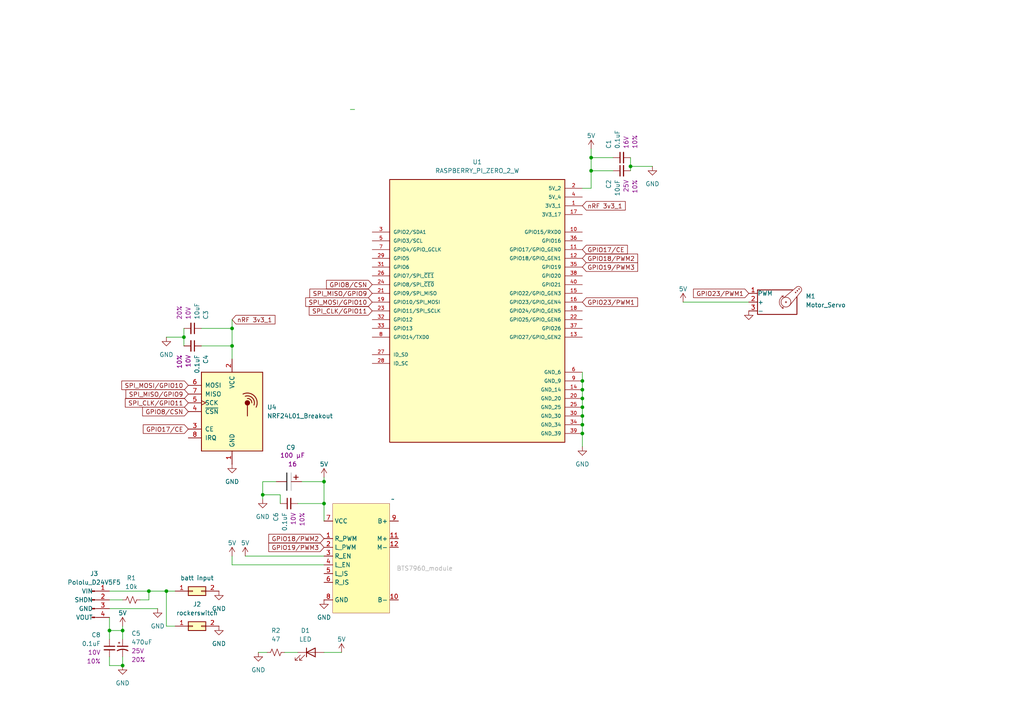
<source format=kicad_sch>
(kicad_sch
	(version 20250114)
	(generator "eeschema")
	(generator_version "9.0")
	(uuid "c8405580-4e51-4ad4-ba46-f370dc369b98")
	(paper "A4")
	(lib_symbols
		(symbol "BTS7690_module:BTS7690"
			(exclude_from_sim no)
			(in_bom yes)
			(on_board yes)
			(property "Reference" "U"
				(at 2.54 -1.27 0)
				(effects
					(font
						(size 1.27 1.27)
					)
					(hide yes)
				)
			)
			(property "Value" ""
				(at 0 0 0)
				(effects
					(font
						(size 1.27 1.27)
					)
				)
			)
			(property "Footprint" ""
				(at 0 0 0)
				(effects
					(font
						(size 1.27 1.27)
					)
					(hide yes)
				)
			)
			(property "Datasheet" ""
				(at 0 0 0)
				(effects
					(font
						(size 1.27 1.27)
					)
					(hide yes)
				)
			)
			(property "Description" ""
				(at 0 0 0)
				(effects
					(font
						(size 1.27 1.27)
					)
					(hide yes)
				)
			)
			(symbol "BTS7690_0_1"
				(rectangle
					(start -8.89 15.24)
					(end 7.62 -16.51)
					(stroke
						(width 0.0254)
						(type default)
					)
					(fill
						(type color)
						(color 255 254 177 1)
					)
				)
			)
			(symbol "BTS7690_1_1"
				(text "BTS7960_module\n"
					(at 17.78 -3.556 0)
					(effects
						(font
							(size 1.27 1.27)
							(color 174 174 174 1)
						)
					)
				)
				(pin power_in line
					(at -11.43 10.16 0)
					(length 2.54)
					(name "VCC"
						(effects
							(font
								(size 1.27 1.27)
							)
						)
					)
					(number "7"
						(effects
							(font
								(size 1.27 1.27)
							)
						)
					)
				)
				(pin input line
					(at -11.43 5.08 0)
					(length 2.54)
					(name "R_PWM"
						(effects
							(font
								(size 1.27 1.27)
							)
						)
					)
					(number "1"
						(effects
							(font
								(size 1.27 1.27)
							)
						)
					)
				)
				(pin input line
					(at -11.43 2.54 0)
					(length 2.54)
					(name "L_PWM"
						(effects
							(font
								(size 1.27 1.27)
							)
						)
					)
					(number "2"
						(effects
							(font
								(size 1.27 1.27)
							)
						)
					)
				)
				(pin input line
					(at -11.43 0 0)
					(length 2.54)
					(name "R_EN"
						(effects
							(font
								(size 1.27 1.27)
							)
						)
					)
					(number "3"
						(effects
							(font
								(size 1.27 1.27)
							)
						)
					)
				)
				(pin input line
					(at -11.43 -2.54 0)
					(length 2.54)
					(name "L_EN"
						(effects
							(font
								(size 1.27 1.27)
							)
						)
					)
					(number "4"
						(effects
							(font
								(size 1.27 1.27)
							)
						)
					)
				)
				(pin input line
					(at -11.43 -5.08 0)
					(length 2.54)
					(name "L_IS"
						(effects
							(font
								(size 1.27 1.27)
							)
						)
					)
					(number "5"
						(effects
							(font
								(size 1.27 1.27)
							)
						)
					)
				)
				(pin input line
					(at -11.43 -7.62 0)
					(length 2.54)
					(name "R_IS"
						(effects
							(font
								(size 1.27 1.27)
							)
						)
					)
					(number "6"
						(effects
							(font
								(size 1.27 1.27)
							)
						)
					)
				)
				(pin passive line
					(at -11.43 -12.7 0)
					(length 2.54)
					(name "GND"
						(effects
							(font
								(size 1.27 1.27)
							)
						)
					)
					(number "8"
						(effects
							(font
								(size 1.27 1.27)
							)
						)
					)
				)
				(pin passive line
					(at 10.16 10.16 180)
					(length 2.54)
					(name "B+"
						(effects
							(font
								(size 1.27 1.27)
							)
						)
					)
					(number "9"
						(effects
							(font
								(size 1.27 1.27)
							)
						)
					)
				)
				(pin passive line
					(at 10.16 5.08 180)
					(length 2.54)
					(name "M+"
						(effects
							(font
								(size 1.27 1.27)
							)
						)
					)
					(number "11"
						(effects
							(font
								(size 1.27 1.27)
							)
						)
					)
				)
				(pin passive line
					(at 10.16 2.54 180)
					(length 2.54)
					(name "M-"
						(effects
							(font
								(size 1.27 1.27)
							)
						)
					)
					(number "12"
						(effects
							(font
								(size 1.27 1.27)
							)
						)
					)
				)
				(pin passive line
					(at 10.16 -12.7 180)
					(length 2.54)
					(name "B-"
						(effects
							(font
								(size 1.27 1.27)
							)
						)
					)
					(number "10"
						(effects
							(font
								(size 1.27 1.27)
							)
						)
					)
				)
			)
			(embedded_fonts no)
		)
		(symbol "Capacitor_Wurth_WCAP-ATG8:P2D5L11_860010372006"
			(pin_numbers
				(hide yes)
			)
			(pin_names
				(hide yes)
			)
			(exclude_from_sim no)
			(in_bom yes)
			(on_board yes)
			(property "Reference" "C"
				(at 5.08 5.08 0)
				(effects
					(font
						(size 1.27 1.27)
					)
					(justify left)
				)
			)
			(property "Value" "P2D5L11_860010372006"
				(at 5.08 22.86 0)
				(effects
					(font
						(size 1.27 1.27)
					)
					(justify left)
					(hide yes)
				)
			)
			(property "Footprint" "Capacitor_THT_Wurth:CP_Wurth_WCAP-ATG8-P2D5L11"
				(at 5.08 20.32 0)
				(effects
					(font
						(size 1.27 1.27)
					)
					(justify left)
					(hide yes)
				)
			)
			(property "Datasheet" "https://www.we-online.com/catalog/datasheet/860010372006.pdf?ki"
				(at 5.08 17.78 0)
				(effects
					(font
						(size 1.27 1.27)
					)
					(justify left)
					(hide yes)
				)
			)
			(property "Description" "Aluminum Electrolytic Capacitors General Purpose +85 °C"
				(at 0 0 0)
				(effects
					(font
						(size 1.27 1.27)
					)
					(hide yes)
				)
			)
			(property "Manufacturer" "Wurth Elektronik"
				(at 5.08 15.24 0)
				(effects
					(font
						(size 1.27 1.27)
					)
					(justify left)
					(hide yes)
				)
			)
			(property "Manufacturer URL" "https://www.we-online.com"
				(at 5.08 12.7 0)
				(effects
					(font
						(size 1.27 1.27)
					)
					(justify left)
					(hide yes)
				)
			)
			(property "Published Date" "20250416"
				(at 5.08 10.16 0)
				(effects
					(font
						(size 1.27 1.27)
					)
					(justify left)
					(hide yes)
				)
			)
			(property "Match Code" "WCAP-ATG8"
				(at 5.08 7.62 0)
				(effects
					(font
						(size 1.27 1.27)
					)
					(justify left)
					(hide yes)
				)
			)
			(property "Size" "P2D5L11"
				(at 5.08 5.08 0)
				(effects
					(font
						(size 1.27 1.27)
					)
					(justify left)
					(hide yes)
				)
			)
			(property "Mounting Technology" "THT"
				(at 5.08 2.54 0)
				(effects
					(font
						(size 1.27 1.27)
					)
					(justify left)
					(hide yes)
				)
			)
			(property "Part Number" "860010372006"
				(at 5.08 2.54 0)
				(effects
					(font
						(size 1.27 1.27)
					)
					(justify left)
				)
			)
			(property "Capacitance" "100 µF"
				(at 5.08 0 0)
				(effects
					(font
						(size 1.27 1.27)
					)
					(justify left)
				)
			)
			(property "Voltage" "16"
				(at 5.08 -2.54 0)
				(effects
					(font
						(size 1.27 1.27)
					)
					(justify left)
				)
			)
			(property "C" "100 µF"
				(at 5.08 -2.54 0)
				(effects
					(font
						(size 1.27 1.27)
					)
					(justify left)
					(hide yes)
				)
			)
			(property "VR (V (DC))" "16"
				(at 5.08 -5.08 0)
				(effects
					(font
						(size 1.27 1.27)
					)
					(justify left)
					(hide yes)
				)
			)
			(property "Endurance (h)" "2000"
				(at 5.08 -7.62 0)
				(effects
					(font
						(size 1.27 1.27)
					)
					(justify left)
					(hide yes)
				)
			)
			(property "Operating Temperature" "-40 °C up to +85 °C"
				(at 5.08 -10.16 0)
				(effects
					(font
						(size 1.27 1.27)
					)
					(justify left)
					(hide yes)
				)
			)
			(property "IRIPPLE (mA)" "176.0"
				(at 5.08 -12.7 0)
				(effects
					(font
						(size 1.27 1.27)
					)
					(justify left)
					(hide yes)
				)
			)
			(property "ILeak (µA)" "16.0"
				(at 5.08 -15.24 0)
				(effects
					(font
						(size 1.27 1.27)
					)
					(justify left)
					(hide yes)
				)
			)
			(property "DF (%)" "16"
				(at 5.08 -17.78 0)
				(effects
					(font
						(size 1.27 1.27)
					)
					(justify left)
					(hide yes)
				)
			)
			(property "Pitch (mm)" "2.0"
				(at 5.08 -20.32 0)
				(effects
					(font
						(size 1.27 1.27)
					)
					(justify left)
					(hide yes)
				)
			)
			(property "Ø D (mm)" "5.0"
				(at 5.08 -22.86 0)
				(effects
					(font
						(size 1.27 1.27)
					)
					(justify left)
					(hide yes)
				)
			)
			(property "L (mm)" "11.0"
				(at 5.08 -25.4 0)
				(effects
					(font
						(size 1.27 1.27)
					)
					(justify left)
					(hide yes)
				)
			)
			(property "Critical Parameter" ""
				(at 0 -7.62 0)
				(effects
					(font
						(size 1.27 1.27)
					)
				)
			)
			(property "ki_keywords" "THT"
				(at 0 0 0)
				(effects
					(font
						(size 1.27 1.27)
					)
					(hide yes)
				)
			)
			(property "ki_fp_filters" "*WCAP-ATG8*P2D5L11*"
				(at 0 0 0)
				(effects
					(font
						(size 1.27 1.27)
					)
					(hide yes)
				)
			)
			(symbol "P2D5L11_860010372006_1_1"
				(polyline
					(pts
						(xy -1.27 2.667) (xy -1.27 1.397)
					)
					(stroke
						(width 0.254)
						(type default)
					)
					(fill
						(type none)
					)
				)
				(polyline
					(pts
						(xy -0.635 2.032) (xy -1.905 2.032)
					)
					(stroke
						(width 0.254)
						(type default)
					)
					(fill
						(type none)
					)
				)
				(polyline
					(pts
						(xy 2.54 0.635) (xy -2.54 0.635)
					)
					(stroke
						(width 0.254)
						(type default)
						(color 194 194 194 1)
					)
					(fill
						(type none)
					)
				)
				(polyline
					(pts
						(xy 2.54 -0.635) (xy -2.54 -0.635)
					)
					(stroke
						(width 0.254)
						(type default)
						(color 0 0 0 1)
					)
					(fill
						(type none)
					)
				)
				(pin passive line
					(at 0 3.679 270)
					(length 3.044)
					(name "1"
						(effects
							(font
								(size 1.27 1.27)
							)
						)
					)
					(number "1"
						(effects
							(font
								(size 1.27 1.27)
							)
						)
					)
				)
				(pin passive line
					(at 0 -3.679 90)
					(length 3.044)
					(name "2"
						(effects
							(font
								(size 1.27 1.27)
							)
						)
					)
					(number "2"
						(effects
							(font
								(size 1.27 1.27)
							)
						)
					)
				)
			)
			(embedded_fonts no)
		)
		(symbol "Connector_Generic:Conn_02x01"
			(pin_names
				(offset 1.016)
				(hide yes)
			)
			(exclude_from_sim no)
			(in_bom yes)
			(on_board yes)
			(property "Reference" "J"
				(at 1.27 2.54 0)
				(effects
					(font
						(size 1.27 1.27)
					)
				)
			)
			(property "Value" "Conn_02x01"
				(at 1.27 -2.54 0)
				(effects
					(font
						(size 1.27 1.27)
					)
				)
			)
			(property "Footprint" ""
				(at 0 0 0)
				(effects
					(font
						(size 1.27 1.27)
					)
					(hide yes)
				)
			)
			(property "Datasheet" "~"
				(at 0 0 0)
				(effects
					(font
						(size 1.27 1.27)
					)
					(hide yes)
				)
			)
			(property "Description" "Generic connector, double row, 02x01, this symbol is compatible with counter-clockwise, top-bottom and odd-even numbering schemes., script generated (kicad-library-utils/schlib/autogen/connector/)"
				(at 0 0 0)
				(effects
					(font
						(size 1.27 1.27)
					)
					(hide yes)
				)
			)
			(property "ki_keywords" "connector"
				(at 0 0 0)
				(effects
					(font
						(size 1.27 1.27)
					)
					(hide yes)
				)
			)
			(property "ki_fp_filters" "Connector*:*_2x??_*"
				(at 0 0 0)
				(effects
					(font
						(size 1.27 1.27)
					)
					(hide yes)
				)
			)
			(symbol "Conn_02x01_1_1"
				(rectangle
					(start -1.27 1.27)
					(end 3.81 -1.27)
					(stroke
						(width 0.254)
						(type default)
					)
					(fill
						(type background)
					)
				)
				(rectangle
					(start -1.27 0.127)
					(end 0 -0.127)
					(stroke
						(width 0.1524)
						(type default)
					)
					(fill
						(type none)
					)
				)
				(rectangle
					(start 3.81 0.127)
					(end 2.54 -0.127)
					(stroke
						(width 0.1524)
						(type default)
					)
					(fill
						(type none)
					)
				)
				(pin passive line
					(at -5.08 0 0)
					(length 3.81)
					(name "Pin_1"
						(effects
							(font
								(size 1.27 1.27)
							)
						)
					)
					(number "1"
						(effects
							(font
								(size 1.27 1.27)
							)
						)
					)
				)
				(pin passive line
					(at 7.62 0 180)
					(length 3.81)
					(name "Pin_2"
						(effects
							(font
								(size 1.27 1.27)
							)
						)
					)
					(number "2"
						(effects
							(font
								(size 1.27 1.27)
							)
						)
					)
				)
			)
			(embedded_fonts no)
		)
		(symbol "Motor:Motor_Servo"
			(pin_names
				(offset 0.0254)
			)
			(exclude_from_sim no)
			(in_bom yes)
			(on_board yes)
			(property "Reference" "M"
				(at -5.08 4.445 0)
				(effects
					(font
						(size 1.27 1.27)
					)
					(justify left)
				)
			)
			(property "Value" "Motor_Servo"
				(at -5.08 -4.064 0)
				(effects
					(font
						(size 1.27 1.27)
					)
					(justify left top)
				)
			)
			(property "Footprint" ""
				(at 0 -4.826 0)
				(effects
					(font
						(size 1.27 1.27)
					)
					(hide yes)
				)
			)
			(property "Datasheet" "http://forums.parallax.com/uploads/attachments/46831/74481.png"
				(at 0 -4.826 0)
				(effects
					(font
						(size 1.27 1.27)
					)
					(hide yes)
				)
			)
			(property "Description" "Servo Motor (Futaba, HiTec, JR connector)"
				(at 0 0 0)
				(effects
					(font
						(size 1.27 1.27)
					)
					(hide yes)
				)
			)
			(property "ki_keywords" "Servo Motor"
				(at 0 0 0)
				(effects
					(font
						(size 1.27 1.27)
					)
					(hide yes)
				)
			)
			(property "ki_fp_filters" "PinHeader*P2.54mm*"
				(at 0 0 0)
				(effects
					(font
						(size 1.27 1.27)
					)
					(hide yes)
				)
			)
			(symbol "Motor_Servo_0_1"
				(polyline
					(pts
						(xy 2.413 1.778) (xy 1.905 1.778)
					)
					(stroke
						(width 0)
						(type default)
					)
					(fill
						(type none)
					)
				)
				(polyline
					(pts
						(xy 2.413 1.778) (xy 2.286 1.397)
					)
					(stroke
						(width 0)
						(type default)
					)
					(fill
						(type none)
					)
				)
				(polyline
					(pts
						(xy 2.413 -1.778) (xy 2.032 -1.778)
					)
					(stroke
						(width 0)
						(type default)
					)
					(fill
						(type none)
					)
				)
				(polyline
					(pts
						(xy 2.413 -1.778) (xy 2.286 -1.397)
					)
					(stroke
						(width 0)
						(type default)
					)
					(fill
						(type none)
					)
				)
				(arc
					(start 2.413 -1.778)
					(mid 1.2406 0)
					(end 2.413 1.778)
					(stroke
						(width 0)
						(type default)
					)
					(fill
						(type none)
					)
				)
				(circle
					(center 3.175 0)
					(radius 0.1778)
					(stroke
						(width 0)
						(type default)
					)
					(fill
						(type none)
					)
				)
				(circle
					(center 3.175 0)
					(radius 1.4224)
					(stroke
						(width 0)
						(type default)
					)
					(fill
						(type none)
					)
				)
				(polyline
					(pts
						(xy 5.08 3.556) (xy -5.08 3.556) (xy -5.08 -3.556) (xy 6.35 -3.556) (xy 6.35 1.524)
					)
					(stroke
						(width 0.254)
						(type default)
					)
					(fill
						(type none)
					)
				)
				(circle
					(center 5.969 2.794)
					(radius 0.127)
					(stroke
						(width 0)
						(type default)
					)
					(fill
						(type none)
					)
				)
				(polyline
					(pts
						(xy 6.35 4.445) (xy 2.54 1.27)
					)
					(stroke
						(width 0)
						(type default)
					)
					(fill
						(type none)
					)
				)
				(circle
					(center 6.477 3.302)
					(radius 0.127)
					(stroke
						(width 0)
						(type default)
					)
					(fill
						(type none)
					)
				)
				(arc
					(start 6.35 4.445)
					(mid 7.4487 4.2737)
					(end 7.62 3.175)
					(stroke
						(width 0)
						(type default)
					)
					(fill
						(type none)
					)
				)
				(circle
					(center 6.985 3.81)
					(radius 0.127)
					(stroke
						(width 0)
						(type default)
					)
					(fill
						(type none)
					)
				)
				(polyline
					(pts
						(xy 7.62 3.175) (xy 4.191 -1.016)
					)
					(stroke
						(width 0)
						(type default)
					)
					(fill
						(type none)
					)
				)
			)
			(symbol "Motor_Servo_1_1"
				(pin passive line
					(at -7.62 2.54 0)
					(length 2.54)
					(name "PWM"
						(effects
							(font
								(size 1.27 1.27)
							)
						)
					)
					(number "1"
						(effects
							(font
								(size 1.27 1.27)
							)
						)
					)
				)
				(pin passive line
					(at -7.62 0 0)
					(length 2.54)
					(name "+"
						(effects
							(font
								(size 1.27 1.27)
							)
						)
					)
					(number "2"
						(effects
							(font
								(size 1.27 1.27)
							)
						)
					)
				)
				(pin passive line
					(at -7.62 -2.54 0)
					(length 2.54)
					(name "-"
						(effects
							(font
								(size 1.27 1.27)
							)
						)
					)
					(number "3"
						(effects
							(font
								(size 1.27 1.27)
							)
						)
					)
				)
			)
			(embedded_fonts no)
		)
		(symbol "RASPBERRY_PI_ZERO_2_W:RASPBERRY_PI_ZERO_2_W"
			(pin_names
				(offset 1.016)
			)
			(exclude_from_sim no)
			(in_bom yes)
			(on_board yes)
			(property "Reference" "U"
				(at -36.85 57.1762 0)
				(effects
					(font
						(size 1.27 1.27)
					)
					(justify left bottom)
				)
			)
			(property "Value" "RASPBERRY_PI_ZERO_2_W"
				(at -36.8491 -22.8887 0)
				(effects
					(font
						(size 1.27 1.27)
					)
					(justify left bottom)
				)
			)
			(property "Footprint" "RASPBERRY_PI_ZERO_2_W:MODULE_RASPBERRY_PI_ZERO_2_W"
				(at -21.59 -54.61 0)
				(effects
					(font
						(size 1.27 1.27)
					)
					(justify bottom)
					(hide yes)
				)
			)
			(property "Datasheet" ""
				(at 0 0 0)
				(effects
					(font
						(size 1.27 1.27)
					)
					(hide yes)
				)
			)
			(property "Description" ""
				(at 0 0 0)
				(effects
					(font
						(size 1.27 1.27)
					)
					(hide yes)
				)
			)
			(property "MF" "Raspberry Pi"
				(at -26.416 -42.418 0)
				(effects
					(font
						(size 1.27 1.27)
					)
					(justify bottom)
					(hide yes)
				)
			)
			(property "Description_1" "At the heart of Raspberry Pi Zero 2 W is RP3A0, a custom-built system-in-package designed by Raspberry Pi in the UK."
				(at 44.958 -52.07 0)
				(effects
					(font
						(size 1.27 1.27)
					)
					(justify bottom)
					(hide yes)
				)
			)
			(property "Package" "None"
				(at -37.338 -49.53 0)
				(effects
					(font
						(size 1.27 1.27)
					)
					(justify bottom)
					(hide yes)
				)
			)
			(property "Price" "None"
				(at -65.786 -52.832 0)
				(effects
					(font
						(size 1.27 1.27)
					)
					(justify bottom)
					(hide yes)
				)
			)
			(property "Check_prices" "https://www.snapeda.com/parts/RASPBERRY%20PI%20ZERO%202%20W/Raspberry+Pi/view-part/?ref=eda"
				(at -18.288 -30.48 0)
				(effects
					(font
						(size 1.27 1.27)
					)
					(justify bottom)
					(hide yes)
				)
			)
			(property "STANDARD" "Manufacturer Recommendations"
				(at -17.78 -56.388 0)
				(effects
					(font
						(size 1.27 1.27)
					)
					(justify bottom)
					(hide yes)
				)
			)
			(property "PARTREV" "April 2024"
				(at -51.816 -45.72 0)
				(effects
					(font
						(size 1.27 1.27)
					)
					(justify bottom)
					(hide yes)
				)
			)
			(property "SnapEDA_Link" "https://www.snapeda.com/parts/RASPBERRY%20PI%20ZERO%202%20W/Raspberry+Pi/view-part/?ref=snap"
				(at -16.256 -36.83 0)
				(effects
					(font
						(size 1.27 1.27)
					)
					(justify bottom)
					(hide yes)
				)
			)
			(property "MP" "RASPBERRY PI ZERO 2 W"
				(at -12.446 -4.318 0)
				(effects
					(font
						(size 1.27 1.27)
					)
					(justify bottom)
					(hide yes)
				)
			)
			(property "Availability" "In Stock"
				(at -54.864 -44.704 0)
				(effects
					(font
						(size 1.27 1.27)
					)
					(justify bottom)
					(hide yes)
				)
			)
			(property "MANUFACTURER" "Raspberry Pi"
				(at -49.53 -44.958 0)
				(effects
					(font
						(size 1.27 1.27)
					)
					(justify bottom)
					(hide yes)
				)
			)
			(symbol "RASPBERRY_PI_ZERO_2_W_0_0"
				(rectangle
					(start -36.83 -20.32)
					(end 13.97 55.88)
					(stroke
						(width 0.254)
						(type default)
					)
					(fill
						(type background)
					)
				)
				(pin bidirectional line
					(at -41.91 40.64 0)
					(length 5.08)
					(name "GPIO2/SDA1"
						(effects
							(font
								(size 1.016 1.016)
							)
						)
					)
					(number "3"
						(effects
							(font
								(size 1.016 1.016)
							)
						)
					)
				)
				(pin bidirectional line
					(at -41.91 38.1 0)
					(length 5.08)
					(name "GPIO3/SCL"
						(effects
							(font
								(size 1.016 1.016)
							)
						)
					)
					(number "5"
						(effects
							(font
								(size 1.016 1.016)
							)
						)
					)
				)
				(pin bidirectional line
					(at -41.91 35.56 0)
					(length 5.08)
					(name "GPIO4/GPIO_GCLK"
						(effects
							(font
								(size 1.016 1.016)
							)
						)
					)
					(number "7"
						(effects
							(font
								(size 1.016 1.016)
							)
						)
					)
				)
				(pin bidirectional line
					(at -41.91 33.02 0)
					(length 5.08)
					(name "GPIO5"
						(effects
							(font
								(size 1.016 1.016)
							)
						)
					)
					(number "29"
						(effects
							(font
								(size 1.016 1.016)
							)
						)
					)
				)
				(pin bidirectional line
					(at -41.91 30.48 0)
					(length 5.08)
					(name "GPIO6"
						(effects
							(font
								(size 1.016 1.016)
							)
						)
					)
					(number "31"
						(effects
							(font
								(size 1.016 1.016)
							)
						)
					)
				)
				(pin bidirectional line
					(at -41.91 27.94 0)
					(length 5.08)
					(name "GPIO7/SPI_~{CE1}"
						(effects
							(font
								(size 1.016 1.016)
							)
						)
					)
					(number "26"
						(effects
							(font
								(size 1.016 1.016)
							)
						)
					)
				)
				(pin bidirectional line
					(at -41.91 25.4 0)
					(length 5.08)
					(name "GPIO8/SPI_~{CE0}"
						(effects
							(font
								(size 1.016 1.016)
							)
						)
					)
					(number "24"
						(effects
							(font
								(size 1.016 1.016)
							)
						)
					)
				)
				(pin bidirectional line
					(at -41.91 22.86 0)
					(length 5.08)
					(name "GPIO9/SPI_MISO"
						(effects
							(font
								(size 1.016 1.016)
							)
						)
					)
					(number "21"
						(effects
							(font
								(size 1.016 1.016)
							)
						)
					)
				)
				(pin bidirectional line
					(at -41.91 20.32 0)
					(length 5.08)
					(name "GPIO10/SPI_MOSI"
						(effects
							(font
								(size 1.016 1.016)
							)
						)
					)
					(number "19"
						(effects
							(font
								(size 1.016 1.016)
							)
						)
					)
				)
				(pin bidirectional line
					(at -41.91 17.78 0)
					(length 5.08)
					(name "GPIO11/SPI_SCLK"
						(effects
							(font
								(size 1.016 1.016)
							)
						)
					)
					(number "23"
						(effects
							(font
								(size 1.016 1.016)
							)
						)
					)
				)
				(pin bidirectional line
					(at -41.91 15.24 0)
					(length 5.08)
					(name "GPIO12"
						(effects
							(font
								(size 1.016 1.016)
							)
						)
					)
					(number "32"
						(effects
							(font
								(size 1.016 1.016)
							)
						)
					)
				)
				(pin bidirectional line
					(at -41.91 12.7 0)
					(length 5.08)
					(name "GPIO13"
						(effects
							(font
								(size 1.016 1.016)
							)
						)
					)
					(number "33"
						(effects
							(font
								(size 1.016 1.016)
							)
						)
					)
				)
				(pin bidirectional line
					(at -41.91 10.16 0)
					(length 5.08)
					(name "GPIO14/TXD0"
						(effects
							(font
								(size 1.016 1.016)
							)
						)
					)
					(number "8"
						(effects
							(font
								(size 1.016 1.016)
							)
						)
					)
				)
				(pin bidirectional line
					(at -41.91 5.08 0)
					(length 5.08)
					(name "ID_SD"
						(effects
							(font
								(size 1.016 1.016)
							)
						)
					)
					(number "27"
						(effects
							(font
								(size 1.016 1.016)
							)
						)
					)
				)
				(pin bidirectional line
					(at -41.91 2.54 0)
					(length 5.08)
					(name "ID_SC"
						(effects
							(font
								(size 1.016 1.016)
							)
						)
					)
					(number "28"
						(effects
							(font
								(size 1.016 1.016)
							)
						)
					)
				)
				(pin power_in line
					(at 19.05 53.34 180)
					(length 5.08)
					(name "5V_2"
						(effects
							(font
								(size 1.016 1.016)
							)
						)
					)
					(number "2"
						(effects
							(font
								(size 1.016 1.016)
							)
						)
					)
				)
				(pin power_in line
					(at 19.05 50.8 180)
					(length 5.08)
					(name "5V_4"
						(effects
							(font
								(size 1.016 1.016)
							)
						)
					)
					(number "4"
						(effects
							(font
								(size 1.016 1.016)
							)
						)
					)
				)
				(pin power_in line
					(at 19.05 48.26 180)
					(length 5.08)
					(name "3V3_1"
						(effects
							(font
								(size 1.016 1.016)
							)
						)
					)
					(number "1"
						(effects
							(font
								(size 1.016 1.016)
							)
						)
					)
				)
				(pin power_in line
					(at 19.05 45.72 180)
					(length 5.08)
					(name "3V3_17"
						(effects
							(font
								(size 1.016 1.016)
							)
						)
					)
					(number "17"
						(effects
							(font
								(size 1.016 1.016)
							)
						)
					)
				)
				(pin bidirectional line
					(at 19.05 40.64 180)
					(length 5.08)
					(name "GPIO15/RXD0"
						(effects
							(font
								(size 1.016 1.016)
							)
						)
					)
					(number "10"
						(effects
							(font
								(size 1.016 1.016)
							)
						)
					)
				)
				(pin bidirectional line
					(at 19.05 38.1 180)
					(length 5.08)
					(name "GPIO16"
						(effects
							(font
								(size 1.016 1.016)
							)
						)
					)
					(number "36"
						(effects
							(font
								(size 1.016 1.016)
							)
						)
					)
				)
				(pin bidirectional line
					(at 19.05 35.56 180)
					(length 5.08)
					(name "GPIO17/GPIO_GEN0"
						(effects
							(font
								(size 1.016 1.016)
							)
						)
					)
					(number "11"
						(effects
							(font
								(size 1.016 1.016)
							)
						)
					)
				)
				(pin bidirectional line
					(at 19.05 33.02 180)
					(length 5.08)
					(name "GPIO18/GPIO_GEN1"
						(effects
							(font
								(size 1.016 1.016)
							)
						)
					)
					(number "12"
						(effects
							(font
								(size 1.016 1.016)
							)
						)
					)
				)
				(pin bidirectional line
					(at 19.05 30.48 180)
					(length 5.08)
					(name "GPIO19"
						(effects
							(font
								(size 1.016 1.016)
							)
						)
					)
					(number "35"
						(effects
							(font
								(size 1.016 1.016)
							)
						)
					)
				)
				(pin bidirectional line
					(at 19.05 27.94 180)
					(length 5.08)
					(name "GPIO20"
						(effects
							(font
								(size 1.016 1.016)
							)
						)
					)
					(number "38"
						(effects
							(font
								(size 1.016 1.016)
							)
						)
					)
				)
				(pin bidirectional line
					(at 19.05 25.4 180)
					(length 5.08)
					(name "GPIO21"
						(effects
							(font
								(size 1.016 1.016)
							)
						)
					)
					(number "40"
						(effects
							(font
								(size 1.016 1.016)
							)
						)
					)
				)
				(pin bidirectional line
					(at 19.05 22.86 180)
					(length 5.08)
					(name "GPIO22/GPIO_GEN3"
						(effects
							(font
								(size 1.016 1.016)
							)
						)
					)
					(number "15"
						(effects
							(font
								(size 1.016 1.016)
							)
						)
					)
				)
				(pin bidirectional line
					(at 19.05 20.32 180)
					(length 5.08)
					(name "GPIO23/GPIO_GEN4"
						(effects
							(font
								(size 1.016 1.016)
							)
						)
					)
					(number "16"
						(effects
							(font
								(size 1.016 1.016)
							)
						)
					)
				)
				(pin bidirectional line
					(at 19.05 17.78 180)
					(length 5.08)
					(name "GPIO24/GPIO_GEN5"
						(effects
							(font
								(size 1.016 1.016)
							)
						)
					)
					(number "18"
						(effects
							(font
								(size 1.016 1.016)
							)
						)
					)
				)
				(pin bidirectional line
					(at 19.05 15.24 180)
					(length 5.08)
					(name "GPIO25/GPIO_GEN6"
						(effects
							(font
								(size 1.016 1.016)
							)
						)
					)
					(number "22"
						(effects
							(font
								(size 1.016 1.016)
							)
						)
					)
				)
				(pin bidirectional line
					(at 19.05 12.7 180)
					(length 5.08)
					(name "GPIO26"
						(effects
							(font
								(size 1.016 1.016)
							)
						)
					)
					(number "37"
						(effects
							(font
								(size 1.016 1.016)
							)
						)
					)
				)
				(pin bidirectional line
					(at 19.05 10.16 180)
					(length 5.08)
					(name "GPIO27/GPIO_GEN2"
						(effects
							(font
								(size 1.016 1.016)
							)
						)
					)
					(number "13"
						(effects
							(font
								(size 1.016 1.016)
							)
						)
					)
				)
				(pin power_in line
					(at 19.05 0 180)
					(length 5.08)
					(name "GND_6"
						(effects
							(font
								(size 1.016 1.016)
							)
						)
					)
					(number "6"
						(effects
							(font
								(size 1.016 1.016)
							)
						)
					)
				)
				(pin power_in line
					(at 19.05 -2.54 180)
					(length 5.08)
					(name "GND_9"
						(effects
							(font
								(size 1.016 1.016)
							)
						)
					)
					(number "9"
						(effects
							(font
								(size 1.016 1.016)
							)
						)
					)
				)
				(pin power_in line
					(at 19.05 -5.08 180)
					(length 5.08)
					(name "GND_14"
						(effects
							(font
								(size 1.016 1.016)
							)
						)
					)
					(number "14"
						(effects
							(font
								(size 1.016 1.016)
							)
						)
					)
				)
				(pin power_in line
					(at 19.05 -7.62 180)
					(length 5.08)
					(name "GND_20"
						(effects
							(font
								(size 1.016 1.016)
							)
						)
					)
					(number "20"
						(effects
							(font
								(size 1.016 1.016)
							)
						)
					)
				)
				(pin power_in line
					(at 19.05 -10.16 180)
					(length 5.08)
					(name "GND_25"
						(effects
							(font
								(size 1.016 1.016)
							)
						)
					)
					(number "25"
						(effects
							(font
								(size 1.016 1.016)
							)
						)
					)
				)
				(pin power_in line
					(at 19.05 -12.7 180)
					(length 5.08)
					(name "GND_30"
						(effects
							(font
								(size 1.016 1.016)
							)
						)
					)
					(number "30"
						(effects
							(font
								(size 1.016 1.016)
							)
						)
					)
				)
				(pin power_in line
					(at 19.05 -15.24 180)
					(length 5.08)
					(name "GND_34"
						(effects
							(font
								(size 1.016 1.016)
							)
						)
					)
					(number "34"
						(effects
							(font
								(size 1.016 1.016)
							)
						)
					)
				)
				(pin power_in line
					(at 19.05 -17.78 180)
					(length 5.08)
					(name "GND_39"
						(effects
							(font
								(size 1.016 1.016)
							)
						)
					)
					(number "39"
						(effects
							(font
								(size 1.016 1.016)
							)
						)
					)
				)
			)
			(embedded_fonts no)
		)
		(symbol "RF:NRF24L01_Breakout"
			(pin_names
				(offset 1.016)
			)
			(exclude_from_sim no)
			(in_bom yes)
			(on_board yes)
			(property "Reference" "U"
				(at -8.89 12.7 0)
				(effects
					(font
						(size 1.27 1.27)
					)
					(justify left)
				)
			)
			(property "Value" "NRF24L01_Breakout"
				(at 3.81 12.7 0)
				(effects
					(font
						(size 1.27 1.27)
					)
					(justify left)
				)
			)
			(property "Footprint" "RF_Module:nRF24L01_Breakout"
				(at 3.81 15.24 0)
				(effects
					(font
						(size 1.27 1.27)
						(italic yes)
					)
					(justify left)
					(hide yes)
				)
			)
			(property "Datasheet" "http://www.nordicsemi.com/eng/content/download/2730/34105/file/nRF24L01_Product_Specification_v2_0.pdf"
				(at 0 -2.54 0)
				(effects
					(font
						(size 1.27 1.27)
					)
					(hide yes)
				)
			)
			(property "Description" "Ultra low power 2.4GHz RF Transceiver, Carrier PCB"
				(at 0 0 0)
				(effects
					(font
						(size 1.27 1.27)
					)
					(hide yes)
				)
			)
			(property "ki_keywords" "Low Power RF Transceiver breakout carrier"
				(at 0 0 0)
				(effects
					(font
						(size 1.27 1.27)
					)
					(hide yes)
				)
			)
			(property "ki_fp_filters" "nRF24L01*Breakout*"
				(at 0 0 0)
				(effects
					(font
						(size 1.27 1.27)
					)
					(hide yes)
				)
			)
			(symbol "NRF24L01_Breakout_0_1"
				(rectangle
					(start -8.89 11.43)
					(end 8.89 -11.43)
					(stroke
						(width 0.254)
						(type default)
					)
					(fill
						(type background)
					)
				)
				(arc
					(start 3.175 5.08)
					(mid 6.453 4.548)
					(end 6.985 1.27)
					(stroke
						(width 0.254)
						(type default)
					)
					(fill
						(type none)
					)
				)
				(circle
					(center 4.445 2.54)
					(radius 0.635)
					(stroke
						(width 0.254)
						(type default)
					)
					(fill
						(type outline)
					)
				)
				(polyline
					(pts
						(xy 4.445 1.905) (xy 4.445 -1.27)
					)
					(stroke
						(width 0.254)
						(type default)
					)
					(fill
						(type none)
					)
				)
				(arc
					(start 3.81 4.445)
					(mid 5.8835 3.9785)
					(end 6.35 1.905)
					(stroke
						(width 0.254)
						(type default)
					)
					(fill
						(type none)
					)
				)
				(arc
					(start 4.445 3.81)
					(mid 5.3558 3.4508)
					(end 5.715 2.54)
					(stroke
						(width 0.254)
						(type default)
					)
					(fill
						(type none)
					)
				)
			)
			(symbol "NRF24L01_Breakout_1_1"
				(pin input line
					(at -12.7 7.62 0)
					(length 3.81)
					(name "MOSI"
						(effects
							(font
								(size 1.27 1.27)
							)
						)
					)
					(number "6"
						(effects
							(font
								(size 1.27 1.27)
							)
						)
					)
				)
				(pin output line
					(at -12.7 5.08 0)
					(length 3.81)
					(name "MISO"
						(effects
							(font
								(size 1.27 1.27)
							)
						)
					)
					(number "7"
						(effects
							(font
								(size 1.27 1.27)
							)
						)
					)
				)
				(pin input clock
					(at -12.7 2.54 0)
					(length 3.81)
					(name "SCK"
						(effects
							(font
								(size 1.27 1.27)
							)
						)
					)
					(number "5"
						(effects
							(font
								(size 1.27 1.27)
							)
						)
					)
				)
				(pin input line
					(at -12.7 0 0)
					(length 3.81)
					(name "~{CSN}"
						(effects
							(font
								(size 1.27 1.27)
							)
						)
					)
					(number "4"
						(effects
							(font
								(size 1.27 1.27)
							)
						)
					)
				)
				(pin input line
					(at -12.7 -5.08 0)
					(length 3.81)
					(name "CE"
						(effects
							(font
								(size 1.27 1.27)
							)
						)
					)
					(number "3"
						(effects
							(font
								(size 1.27 1.27)
							)
						)
					)
				)
				(pin output line
					(at -12.7 -7.62 0)
					(length 3.81)
					(name "IRQ"
						(effects
							(font
								(size 1.27 1.27)
							)
						)
					)
					(number "8"
						(effects
							(font
								(size 1.27 1.27)
							)
						)
					)
				)
				(pin power_in line
					(at 0 15.24 270)
					(length 3.81)
					(name "VCC"
						(effects
							(font
								(size 1.27 1.27)
							)
						)
					)
					(number "2"
						(effects
							(font
								(size 1.27 1.27)
							)
						)
					)
				)
				(pin power_in line
					(at 0 -15.24 90)
					(length 3.81)
					(name "GND"
						(effects
							(font
								(size 1.27 1.27)
							)
						)
					)
					(number "1"
						(effects
							(font
								(size 1.27 1.27)
							)
						)
					)
				)
			)
			(embedded_fonts no)
		)
		(symbol "SparkFun-Capacitor:0.1uF_0402_10V_10%"
			(pin_numbers
				(hide yes)
			)
			(pin_names
				(offset 0.254)
			)
			(exclude_from_sim no)
			(in_bom yes)
			(on_board yes)
			(property "Reference" "C"
				(at 0.635 2.54 0)
				(effects
					(font
						(size 1.27 1.27)
					)
					(justify left)
				)
			)
			(property "Value" "0.1uF"
				(at 0.635 -2.54 0)
				(effects
					(font
						(size 1.27 1.27)
					)
					(justify left)
				)
			)
			(property "Footprint" "SparkFun-Capacitor:C_0402_1005Metric"
				(at 0 -11.43 0)
				(effects
					(font
						(size 1.27 1.27)
					)
					(hide yes)
				)
			)
			(property "Datasheet" "https://cdn.sparkfun.com/assets/8/a/4/a/5/Kemet_Capacitor_Datasheet.pdf"
				(at 0 -13.97 0)
				(effects
					(font
						(size 1.27 1.27)
					)
					(hide yes)
				)
			)
			(property "Description" "Unpolarized capacitor"
				(at 0 -19.05 0)
				(effects
					(font
						(size 1.27 1.27)
					)
					(hide yes)
				)
			)
			(property "PROD_ID" "CAP-15083"
				(at 0 -16.51 0)
				(effects
					(font
						(size 1.27 1.27)
					)
					(hide yes)
				)
			)
			(property "Voltage" "10V"
				(at 0 -6.35 0)
				(effects
					(font
						(size 1.27 1.27)
					)
				)
			)
			(property "Tolerance" "10%"
				(at 0 -8.89 0)
				(effects
					(font
						(size 1.27 1.27)
					)
				)
			)
			(property "ki_keywords" "SparkFun cap capacitor"
				(at 0 0 0)
				(effects
					(font
						(size 1.27 1.27)
					)
					(hide yes)
				)
			)
			(property "ki_fp_filters" "C_*"
				(at 0 0 0)
				(effects
					(font
						(size 1.27 1.27)
					)
					(hide yes)
				)
			)
			(symbol "0.1uF_0402_10V_10%_0_1"
				(polyline
					(pts
						(xy -1.524 0.508) (xy 1.524 0.508)
					)
					(stroke
						(width 0.3048)
						(type default)
					)
					(fill
						(type none)
					)
				)
				(polyline
					(pts
						(xy -1.524 -0.508) (xy 1.524 -0.508)
					)
					(stroke
						(width 0.3302)
						(type default)
					)
					(fill
						(type none)
					)
				)
			)
			(symbol "0.1uF_0402_10V_10%_1_1"
				(pin passive line
					(at 0 2.54 270)
					(length 2.032)
					(name "~"
						(effects
							(font
								(size 1.27 1.27)
							)
						)
					)
					(number "1"
						(effects
							(font
								(size 1.27 1.27)
							)
						)
					)
				)
				(pin passive line
					(at 0 -2.54 90)
					(length 2.032)
					(name "~"
						(effects
							(font
								(size 1.27 1.27)
							)
						)
					)
					(number "2"
						(effects
							(font
								(size 1.27 1.27)
							)
						)
					)
				)
			)
			(embedded_fonts no)
		)
		(symbol "SparkFun-Capacitor:0.1uF_0402_16V_10%"
			(pin_numbers
				(hide yes)
			)
			(pin_names
				(offset 0.254)
			)
			(exclude_from_sim no)
			(in_bom yes)
			(on_board yes)
			(property "Reference" "C"
				(at 0.635 2.54 0)
				(effects
					(font
						(size 1.27 1.27)
					)
					(justify left)
				)
			)
			(property "Value" "0.1uF"
				(at 0.635 -2.54 0)
				(effects
					(font
						(size 1.27 1.27)
					)
					(justify left)
				)
			)
			(property "Footprint" "SparkFun-Capacitor:C_0402_1005Metric"
				(at 0 -11.43 0)
				(effects
					(font
						(size 1.27 1.27)
					)
					(hide yes)
				)
			)
			(property "Datasheet" "https://cdn.sparkfun.com/assets/8/a/4/a/5/Kemet_Capacitor_Datasheet.pdf"
				(at 0 -13.97 0)
				(effects
					(font
						(size 1.27 1.27)
					)
					(hide yes)
				)
			)
			(property "Description" "Unpolarized capacitor"
				(at 0 -19.05 0)
				(effects
					(font
						(size 1.27 1.27)
					)
					(hide yes)
				)
			)
			(property "PROD_ID" "CAP-12416"
				(at 0 -16.51 0)
				(effects
					(font
						(size 1.27 1.27)
					)
					(hide yes)
				)
			)
			(property "Voltage" "16V"
				(at 0 -6.35 0)
				(effects
					(font
						(size 1.27 1.27)
					)
				)
			)
			(property "Tolerance" "10%"
				(at 0 -8.89 0)
				(effects
					(font
						(size 1.27 1.27)
					)
				)
			)
			(property "ki_keywords" "SparkFun cap capacitor"
				(at 0 0 0)
				(effects
					(font
						(size 1.27 1.27)
					)
					(hide yes)
				)
			)
			(property "ki_fp_filters" "C_*"
				(at 0 0 0)
				(effects
					(font
						(size 1.27 1.27)
					)
					(hide yes)
				)
			)
			(symbol "0.1uF_0402_16V_10%_0_1"
				(polyline
					(pts
						(xy -1.524 0.508) (xy 1.524 0.508)
					)
					(stroke
						(width 0.3048)
						(type default)
					)
					(fill
						(type none)
					)
				)
				(polyline
					(pts
						(xy -1.524 -0.508) (xy 1.524 -0.508)
					)
					(stroke
						(width 0.3302)
						(type default)
					)
					(fill
						(type none)
					)
				)
			)
			(symbol "0.1uF_0402_16V_10%_1_1"
				(pin passive line
					(at 0 2.54 270)
					(length 2.032)
					(name "~"
						(effects
							(font
								(size 1.27 1.27)
							)
						)
					)
					(number "1"
						(effects
							(font
								(size 1.27 1.27)
							)
						)
					)
				)
				(pin passive line
					(at 0 -2.54 90)
					(length 2.032)
					(name "~"
						(effects
							(font
								(size 1.27 1.27)
							)
						)
					)
					(number "2"
						(effects
							(font
								(size 1.27 1.27)
							)
						)
					)
				)
			)
			(embedded_fonts no)
		)
		(symbol "SparkFun-Capacitor:10uF_0603_10V_20%"
			(pin_numbers
				(hide yes)
			)
			(pin_names
				(offset 0.254)
			)
			(exclude_from_sim no)
			(in_bom yes)
			(on_board yes)
			(property "Reference" "C"
				(at 0.635 2.54 0)
				(effects
					(font
						(size 1.27 1.27)
					)
					(justify left)
				)
			)
			(property "Value" "10uF"
				(at 0.635 -2.54 0)
				(effects
					(font
						(size 1.27 1.27)
					)
					(justify left)
				)
			)
			(property "Footprint" "SparkFun-Capacitor:C_0603_1608Metric"
				(at 0 -11.43 0)
				(effects
					(font
						(size 1.27 1.27)
					)
					(hide yes)
				)
			)
			(property "Datasheet" "https://cdn.sparkfun.com/assets/8/a/4/a/5/Kemet_Capacitor_Datasheet.pdf"
				(at 0 -16.51 0)
				(effects
					(font
						(size 1.27 1.27)
					)
					(hide yes)
				)
			)
			(property "Description" "Unpolarized capacitor"
				(at 0 -19.05 0)
				(effects
					(font
						(size 1.27 1.27)
					)
					(hide yes)
				)
			)
			(property "PROD_ID" "CAP-20155"
				(at -1.27 -13.97 0)
				(effects
					(font
						(size 1.27 1.27)
					)
					(hide yes)
				)
			)
			(property "Voltage" "10V"
				(at 0 -6.35 0)
				(effects
					(font
						(size 1.27 1.27)
					)
				)
			)
			(property "Tolerance" "20%"
				(at 0 -8.89 0)
				(effects
					(font
						(size 1.27 1.27)
					)
				)
			)
			(property "ki_keywords" "SparkFun cap capacitor"
				(at 0 0 0)
				(effects
					(font
						(size 1.27 1.27)
					)
					(hide yes)
				)
			)
			(property "ki_fp_filters" "C_*"
				(at 0 0 0)
				(effects
					(font
						(size 1.27 1.27)
					)
					(hide yes)
				)
			)
			(symbol "10uF_0603_10V_20%_0_1"
				(polyline
					(pts
						(xy -1.524 0.508) (xy 1.524 0.508)
					)
					(stroke
						(width 0.3048)
						(type default)
					)
					(fill
						(type none)
					)
				)
				(polyline
					(pts
						(xy -1.524 -0.508) (xy 1.524 -0.508)
					)
					(stroke
						(width 0.3302)
						(type default)
					)
					(fill
						(type none)
					)
				)
			)
			(symbol "10uF_0603_10V_20%_1_1"
				(pin passive line
					(at 0 2.54 270)
					(length 2.032)
					(name "~"
						(effects
							(font
								(size 1.27 1.27)
							)
						)
					)
					(number "1"
						(effects
							(font
								(size 1.27 1.27)
							)
						)
					)
				)
				(pin passive line
					(at 0 -2.54 90)
					(length 2.032)
					(name "~"
						(effects
							(font
								(size 1.27 1.27)
							)
						)
					)
					(number "2"
						(effects
							(font
								(size 1.27 1.27)
							)
						)
					)
				)
			)
			(embedded_fonts no)
		)
		(symbol "SparkFun-Capacitor:10uF_0805_25V_10%"
			(pin_numbers
				(hide yes)
			)
			(pin_names
				(offset 0.254)
			)
			(exclude_from_sim no)
			(in_bom yes)
			(on_board yes)
			(property "Reference" "C"
				(at 0.635 2.54 0)
				(effects
					(font
						(size 1.27 1.27)
					)
					(justify left)
				)
			)
			(property "Value" "10uF"
				(at 0.635 -2.54 0)
				(effects
					(font
						(size 1.27 1.27)
					)
					(justify left)
				)
			)
			(property "Footprint" "SparkFun-Capacitor:C_0805_2012Metric"
				(at 0 -11.43 0)
				(effects
					(font
						(size 1.27 1.27)
					)
					(hide yes)
				)
			)
			(property "Datasheet" "https://mm.digikey.com/Volume0/opasdata/d220001/medias/docus/4888/TMK212BBJ106KG-T_SS.pdf"
				(at 0 -16.51 0)
				(effects
					(font
						(size 1.27 1.27)
					)
					(hide yes)
				)
			)
			(property "Description" "Unpolarized capacitor"
				(at 0 -19.05 0)
				(effects
					(font
						(size 1.27 1.27)
					)
					(hide yes)
				)
			)
			(property "PROD_ID" "CAP-14259"
				(at -1.27 -13.97 0)
				(effects
					(font
						(size 1.27 1.27)
					)
					(hide yes)
				)
			)
			(property "Voltage" "25V"
				(at 0 -6.35 0)
				(effects
					(font
						(size 1.27 1.27)
					)
				)
			)
			(property "Tolerance" "10%"
				(at 0 -8.89 0)
				(effects
					(font
						(size 1.27 1.27)
					)
				)
			)
			(property "ki_keywords" "SparkFun cap capacitor"
				(at 0 0 0)
				(effects
					(font
						(size 1.27 1.27)
					)
					(hide yes)
				)
			)
			(property "ki_fp_filters" "C_*"
				(at 0 0 0)
				(effects
					(font
						(size 1.27 1.27)
					)
					(hide yes)
				)
			)
			(symbol "10uF_0805_25V_10%_0_1"
				(polyline
					(pts
						(xy -1.524 0.508) (xy 1.524 0.508)
					)
					(stroke
						(width 0.3048)
						(type default)
					)
					(fill
						(type none)
					)
				)
				(polyline
					(pts
						(xy -1.524 -0.508) (xy 1.524 -0.508)
					)
					(stroke
						(width 0.3302)
						(type default)
					)
					(fill
						(type none)
					)
				)
			)
			(symbol "10uF_0805_25V_10%_1_1"
				(pin passive line
					(at 0 2.54 270)
					(length 2.032)
					(name "~"
						(effects
							(font
								(size 1.27 1.27)
							)
						)
					)
					(number "1"
						(effects
							(font
								(size 1.27 1.27)
							)
						)
					)
				)
				(pin passive line
					(at 0 -2.54 90)
					(length 2.032)
					(name "~"
						(effects
							(font
								(size 1.27 1.27)
							)
						)
					)
					(number "2"
						(effects
							(font
								(size 1.27 1.27)
							)
						)
					)
				)
			)
			(embedded_fonts no)
		)
		(symbol "SparkFun-Capacitor:470uF_10x10_25V_20%"
			(pin_numbers
				(hide yes)
			)
			(pin_names
				(offset 0.254)
				(hide yes)
			)
			(exclude_from_sim no)
			(in_bom yes)
			(on_board yes)
			(property "Reference" "C"
				(at 0.635 2.54 0)
				(effects
					(font
						(size 1.27 1.27)
					)
					(justify left)
				)
			)
			(property "Value" "470uF"
				(at 0.635 -2.54 0)
				(effects
					(font
						(size 1.27 1.27)
					)
					(justify left)
				)
			)
			(property "Footprint" "SparkFun-Capacitor:Electrolytic_10.3x10.3mm"
				(at 0 -17.78 0)
				(effects
					(font
						(size 1.27 1.27)
					)
					(hide yes)
				)
			)
			(property "Datasheet" "https://www.nichicon.co.jp/english/series_items/catalog_pdf/e-uud.pdf"
				(at 1.27 -15.24 0)
				(effects
					(font
						(size 1.27 1.27)
					)
					(hide yes)
				)
			)
			(property "Description" "Polarized capacitor, US symbol"
				(at 0 -20.32 0)
				(effects
					(font
						(size 1.27 1.27)
					)
					(hide yes)
				)
			)
			(property "PROD_ID" ""
				(at 0 -12.7 0)
				(effects
					(font
						(size 1.27 1.27)
					)
					(hide yes)
				)
			)
			(property "Voltage" "25V"
				(at 0 -7.62 0)
				(effects
					(font
						(size 1.27 1.27)
					)
				)
			)
			(property "Tolerance" "20%"
				(at 0 -10.16 0)
				(effects
					(font
						(size 1.27 1.27)
					)
				)
			)
			(property "ki_keywords" "SparkFun cap capacitor"
				(at 0 0 0)
				(effects
					(font
						(size 1.27 1.27)
					)
					(hide yes)
				)
			)
			(property "ki_fp_filters" "CP_*"
				(at 0 0 0)
				(effects
					(font
						(size 1.27 1.27)
					)
					(hide yes)
				)
			)
			(symbol "470uF_10x10_25V_20%_0_1"
				(polyline
					(pts
						(xy -1.524 0.508) (xy 1.524 0.508)
					)
					(stroke
						(width 0.3048)
						(type default)
					)
					(fill
						(type none)
					)
				)
				(polyline
					(pts
						(xy -1.27 1.524) (xy -0.762 1.524)
					)
					(stroke
						(width 0)
						(type default)
					)
					(fill
						(type none)
					)
				)
				(polyline
					(pts
						(xy -1.016 1.27) (xy -1.016 1.778)
					)
					(stroke
						(width 0)
						(type default)
					)
					(fill
						(type none)
					)
				)
				(arc
					(start -1.524 -0.762)
					(mid 0 -0.3734)
					(end 1.524 -0.762)
					(stroke
						(width 0.3048)
						(type default)
					)
					(fill
						(type none)
					)
				)
			)
			(symbol "470uF_10x10_25V_20%_1_1"
				(pin passive line
					(at 0 2.54 270)
					(length 2.032)
					(name "~"
						(effects
							(font
								(size 1.27 1.27)
							)
						)
					)
					(number "1"
						(effects
							(font
								(size 1.27 1.27)
							)
						)
					)
				)
				(pin passive line
					(at 0 -2.54 90)
					(length 2.032)
					(name "~"
						(effects
							(font
								(size 1.27 1.27)
							)
						)
					)
					(number "2"
						(effects
							(font
								(size 1.27 1.27)
							)
						)
					)
				)
			)
			(embedded_fonts no)
		)
		(symbol "SparkFun-LED:LED"
			(pin_numbers
				(hide yes)
			)
			(pin_names
				(offset 1.016)
				(hide yes)
			)
			(exclude_from_sim no)
			(in_bom yes)
			(on_board yes)
			(property "Reference" "D"
				(at 0 2.54 0)
				(effects
					(font
						(size 1.27 1.27)
					)
				)
			)
			(property "Value" "LED"
				(at 0 -2.54 0)
				(effects
					(font
						(size 1.27 1.27)
					)
				)
			)
			(property "Footprint" "SparkFun-LED:LED_0603_1608Metric"
				(at 0 -5.08 0)
				(effects
					(font
						(size 1.27 1.27)
					)
					(hide yes)
				)
			)
			(property "Datasheet" "~"
				(at 0 -7.62 0)
				(effects
					(font
						(size 1.27 1.27)
					)
					(hide yes)
				)
			)
			(property "Description" "Light emitting diode"
				(at 0 -12.7 0)
				(effects
					(font
						(size 1.27 1.27)
					)
					(hide yes)
				)
			)
			(property "PROD_ID" "LED-"
				(at 0 -10.16 0)
				(effects
					(font
						(size 1.27 1.27)
					)
					(hide yes)
				)
			)
			(property "ki_keywords" "SparkFun LED diode"
				(at 0 0 0)
				(effects
					(font
						(size 1.27 1.27)
					)
					(hide yes)
				)
			)
			(property "ki_fp_filters" "LED* LED_SMD:* LED_THT:*"
				(at 0 0 0)
				(effects
					(font
						(size 1.27 1.27)
					)
					(hide yes)
				)
			)
			(symbol "LED_0_1"
				(polyline
					(pts
						(xy -3.048 -0.762) (xy -4.572 -2.286) (xy -3.81 -2.286) (xy -4.572 -2.286) (xy -4.572 -1.524)
					)
					(stroke
						(width 0)
						(type default)
					)
					(fill
						(type none)
					)
				)
				(polyline
					(pts
						(xy -1.778 -0.762) (xy -3.302 -2.286) (xy -2.54 -2.286) (xy -3.302 -2.286) (xy -3.302 -1.524)
					)
					(stroke
						(width 0)
						(type default)
					)
					(fill
						(type none)
					)
				)
				(polyline
					(pts
						(xy -1.27 0) (xy 1.27 0)
					)
					(stroke
						(width 0)
						(type default)
					)
					(fill
						(type none)
					)
				)
				(polyline
					(pts
						(xy -1.27 -1.27) (xy -1.27 1.27)
					)
					(stroke
						(width 0.254)
						(type default)
					)
					(fill
						(type none)
					)
				)
				(polyline
					(pts
						(xy 1.27 -1.27) (xy 1.27 1.27) (xy -1.27 0) (xy 1.27 -1.27)
					)
					(stroke
						(width 0.254)
						(type default)
					)
					(fill
						(type none)
					)
				)
			)
			(symbol "LED_1_1"
				(pin passive line
					(at -3.81 0 0)
					(length 2.54)
					(name "K"
						(effects
							(font
								(size 1.27 1.27)
							)
						)
					)
					(number "1"
						(effects
							(font
								(size 1.27 1.27)
							)
						)
					)
				)
				(pin passive line
					(at 3.81 0 180)
					(length 2.54)
					(name "A"
						(effects
							(font
								(size 1.27 1.27)
							)
						)
					)
					(number "2"
						(effects
							(font
								(size 1.27 1.27)
							)
						)
					)
				)
			)
			(embedded_fonts no)
		)
		(symbol "SparkFun-PowerSymbol:5V"
			(power)
			(pin_names
				(offset 0)
			)
			(exclude_from_sim no)
			(in_bom yes)
			(on_board yes)
			(property "Reference" "#PWR"
				(at 0 -3.81 0)
				(effects
					(font
						(size 1.27 1.27)
					)
					(hide yes)
				)
			)
			(property "Value" "5V"
				(at 0 3.81 0)
				(do_not_autoplace)
				(effects
					(font
						(size 1.27 1.27)
					)
				)
			)
			(property "Footprint" ""
				(at 0 0 0)
				(effects
					(font
						(size 1.27 1.27)
					)
					(hide yes)
				)
			)
			(property "Datasheet" ""
				(at 0 0 0)
				(effects
					(font
						(size 1.27 1.27)
					)
					(hide yes)
				)
			)
			(property "Description" "Power symbol creates a global label with name \"5V\""
				(at 0 -6.35 0)
				(effects
					(font
						(size 1.27 1.27)
					)
					(hide yes)
				)
			)
			(property "ki_keywords" "SparkFun global power"
				(at 0 0 0)
				(effects
					(font
						(size 1.27 1.27)
					)
					(hide yes)
				)
			)
			(symbol "5V_0_1"
				(polyline
					(pts
						(xy -0.762 1.27) (xy 0 2.54)
					)
					(stroke
						(width 0)
						(type default)
					)
					(fill
						(type none)
					)
				)
				(polyline
					(pts
						(xy 0 2.54) (xy 0.762 1.27)
					)
					(stroke
						(width 0)
						(type default)
					)
					(fill
						(type none)
					)
				)
				(polyline
					(pts
						(xy 0 0) (xy 0 2.54)
					)
					(stroke
						(width 0)
						(type default)
					)
					(fill
						(type none)
					)
				)
			)
			(symbol "5V_1_1"
				(pin power_in line
					(at 0 0 90)
					(length 0)
					(hide yes)
					(name "5V"
						(effects
							(font
								(size 1.27 1.27)
							)
						)
					)
					(number "1"
						(effects
							(font
								(size 1.27 1.27)
							)
						)
					)
				)
			)
			(embedded_fonts no)
		)
		(symbol "SparkFun-Regulator:Pololu_D24V5F5"
			(pin_names
				(offset 1.016)
			)
			(exclude_from_sim no)
			(in_bom yes)
			(on_board yes)
			(property "Reference" "J"
				(at 0 5.08 0)
				(effects
					(font
						(size 1.27 1.27)
					)
				)
			)
			(property "Value" "Pololu_D24V5F5"
				(at 0 -7.62 0)
				(effects
					(font
						(size 1.27 1.27)
					)
				)
			)
			(property "Footprint" ""
				(at 0 0 0)
				(effects
					(font
						(size 1.27 1.27)
					)
					(hide yes)
				)
			)
			(property "Datasheet" "~"
				(at 0 0 0)
				(effects
					(font
						(size 1.27 1.27)
					)
					(hide yes)
				)
			)
			(property "Description" "Generic connector, single row, 01x04, script generated"
				(at 0 0 0)
				(effects
					(font
						(size 1.27 1.27)
					)
					(hide yes)
				)
			)
			(property "ki_locked" ""
				(at 0 0 0)
				(effects
					(font
						(size 1.27 1.27)
					)
				)
			)
			(property "ki_keywords" "connector"
				(at 0 0 0)
				(effects
					(font
						(size 1.27 1.27)
					)
					(hide yes)
				)
			)
			(property "ki_fp_filters" "Connector*:*_1x??_*"
				(at 0 0 0)
				(effects
					(font
						(size 1.27 1.27)
					)
					(hide yes)
				)
			)
			(symbol "Pololu_D24V5F5_1_1"
				(rectangle
					(start 0.8636 2.667)
					(end 0 2.413)
					(stroke
						(width 0.1524)
						(type default)
					)
					(fill
						(type outline)
					)
				)
				(rectangle
					(start 0.8636 0.127)
					(end 0 -0.127)
					(stroke
						(width 0.1524)
						(type default)
					)
					(fill
						(type outline)
					)
				)
				(rectangle
					(start 0.8636 -2.413)
					(end 0 -2.667)
					(stroke
						(width 0.1524)
						(type default)
					)
					(fill
						(type outline)
					)
				)
				(rectangle
					(start 0.8636 -4.953)
					(end 0 -5.207)
					(stroke
						(width 0.1524)
						(type default)
					)
					(fill
						(type outline)
					)
				)
				(polyline
					(pts
						(xy 1.27 2.54) (xy 0.8636 2.54)
					)
					(stroke
						(width 0.1524)
						(type default)
					)
					(fill
						(type none)
					)
				)
				(polyline
					(pts
						(xy 1.27 0) (xy 0.8636 0)
					)
					(stroke
						(width 0.1524)
						(type default)
					)
					(fill
						(type none)
					)
				)
				(polyline
					(pts
						(xy 1.27 -2.54) (xy 0.8636 -2.54)
					)
					(stroke
						(width 0.1524)
						(type default)
					)
					(fill
						(type none)
					)
				)
				(polyline
					(pts
						(xy 1.27 -5.08) (xy 0.8636 -5.08)
					)
					(stroke
						(width 0.1524)
						(type default)
					)
					(fill
						(type none)
					)
				)
				(pin passive line
					(at 5.08 2.54 180)
					(length 3.81)
					(name "VIN"
						(effects
							(font
								(size 1.27 1.27)
							)
						)
					)
					(number "1"
						(effects
							(font
								(size 1.27 1.27)
							)
						)
					)
				)
				(pin passive line
					(at 5.08 0 180)
					(length 3.81)
					(name "SHDN"
						(effects
							(font
								(size 1.27 1.27)
							)
						)
					)
					(number "2"
						(effects
							(font
								(size 1.27 1.27)
							)
						)
					)
				)
				(pin passive line
					(at 5.08 -2.54 180)
					(length 3.81)
					(name "GND"
						(effects
							(font
								(size 1.27 1.27)
							)
						)
					)
					(number "3"
						(effects
							(font
								(size 1.27 1.27)
							)
						)
					)
				)
				(pin passive line
					(at 5.08 -5.08 180)
					(length 3.81)
					(name "VOUT"
						(effects
							(font
								(size 1.27 1.27)
							)
						)
					)
					(number "4"
						(effects
							(font
								(size 1.27 1.27)
							)
						)
					)
				)
			)
			(embedded_fonts no)
		)
		(symbol "SparkFun-Resistor:10k_0402"
			(pin_numbers
				(hide yes)
			)
			(pin_names
				(offset 0)
			)
			(exclude_from_sim no)
			(in_bom yes)
			(on_board yes)
			(property "Reference" "R"
				(at 0 -2.54 0)
				(effects
					(font
						(size 1.27 1.27)
					)
				)
			)
			(property "Value" "10k"
				(at 0 2.54 0)
				(effects
					(font
						(size 1.27 1.27)
					)
				)
			)
			(property "Footprint" "SparkFun-Resistor:R_0402_1005Metric"
				(at 0 -3.81 0)
				(effects
					(font
						(size 1.27 1.27)
					)
					(hide yes)
				)
			)
			(property "Datasheet" "https://www.vishay.com/docs/20035/dcrcwe3.pdf"
				(at 0 -8.89 0)
				(effects
					(font
						(size 1.27 1.27)
					)
					(hide yes)
				)
			)
			(property "Description" "Resistor"
				(at 0 -11.43 0)
				(effects
					(font
						(size 1.27 1.27)
					)
					(hide yes)
				)
			)
			(property "PROD_ID" "RES-14241"
				(at 0 -6.35 0)
				(effects
					(font
						(size 1.27 1.27)
					)
					(hide yes)
				)
			)
			(property "ki_keywords" "SparkFun R res resistor"
				(at 0 0 0)
				(effects
					(font
						(size 1.27 1.27)
					)
					(hide yes)
				)
			)
			(property "ki_fp_filters" "R_*"
				(at 0 0 0)
				(effects
					(font
						(size 1.27 1.27)
					)
					(hide yes)
				)
			)
			(symbol "10k_0402_0_1"
				(polyline
					(pts
						(xy -1.524 0) (xy -1.143 1.016) (xy -0.762 0) (xy -0.381 -1.016) (xy 0 0)
					)
					(stroke
						(width 0)
						(type default)
					)
					(fill
						(type none)
					)
				)
				(polyline
					(pts
						(xy 0 0) (xy 0.381 1.016) (xy 0.762 0) (xy 1.143 -1.016) (xy 1.524 0)
					)
					(stroke
						(width 0)
						(type default)
					)
					(fill
						(type none)
					)
				)
			)
			(symbol "10k_0402_1_1"
				(pin passive line
					(at -2.54 0 0)
					(length 1.016)
					(name "~"
						(effects
							(font
								(size 1.27 1.27)
							)
						)
					)
					(number "1"
						(effects
							(font
								(size 1.27 1.27)
							)
						)
					)
				)
				(pin passive line
					(at 2.54 0 180)
					(length 1.016)
					(name "~"
						(effects
							(font
								(size 1.27 1.27)
							)
						)
					)
					(number "2"
						(effects
							(font
								(size 1.27 1.27)
							)
						)
					)
				)
			)
			(embedded_fonts no)
		)
		(symbol "SparkFun-Resistor:47ohm0.25W"
			(pin_numbers
				(hide yes)
			)
			(pin_names
				(offset 0)
			)
			(exclude_from_sim no)
			(in_bom yes)
			(on_board yes)
			(property "Reference" "R"
				(at 0 -2.54 0)
				(effects
					(font
						(size 1.27 1.27)
					)
				)
			)
			(property "Value" "47"
				(at 0 2.54 0)
				(effects
					(font
						(size 1.27 1.27)
					)
				)
			)
			(property "Footprint" "SparkFun-Resistor:R_1206_3216Metric"
				(at 0 -4.572 0)
				(effects
					(font
						(size 1.27 1.27)
					)
					(hide yes)
				)
			)
			(property "Datasheet" "https://www.seielect.com/catalog/sei-rncp.pdf"
				(at 0 -8.89 0)
				(effects
					(font
						(size 1.27 1.27)
					)
					(hide yes)
				)
			)
			(property "Description" "Resistor"
				(at 0 -11.43 0)
				(effects
					(font
						(size 1.27 1.27)
					)
					(hide yes)
				)
			)
			(property "PROD_ID" "RES-16252"
				(at 0 -6.858 0)
				(effects
					(font
						(size 1.27 1.27)
					)
					(hide yes)
				)
			)
			(property "Wattage" "0.5W"
				(at 0 -13.716 0)
				(effects
					(font
						(size 1.27 1.27)
					)
					(hide yes)
				)
			)
			(property "Tolerance" "1%"
				(at -0.254 -15.748 0)
				(effects
					(font
						(size 1.27 1.27)
					)
					(hide yes)
				)
			)
			(property "ki_keywords" "SparkFun R res resistor"
				(at 0 0 0)
				(effects
					(font
						(size 1.27 1.27)
					)
					(hide yes)
				)
			)
			(property "ki_fp_filters" "R_*"
				(at 0 0 0)
				(effects
					(font
						(size 1.27 1.27)
					)
					(hide yes)
				)
			)
			(symbol "47ohm0.25W_0_1"
				(polyline
					(pts
						(xy -1.524 0) (xy -1.143 1.016) (xy -0.762 0) (xy -0.381 -1.016) (xy 0 0)
					)
					(stroke
						(width 0)
						(type default)
					)
					(fill
						(type none)
					)
				)
				(polyline
					(pts
						(xy 0 0) (xy 0.381 1.016) (xy 0.762 0) (xy 1.143 -1.016) (xy 1.524 0)
					)
					(stroke
						(width 0)
						(type default)
					)
					(fill
						(type none)
					)
				)
			)
			(symbol "47ohm0.25W_1_1"
				(pin passive line
					(at -2.54 0 0)
					(length 1.016)
					(name "~"
						(effects
							(font
								(size 1.27 1.27)
							)
						)
					)
					(number "1"
						(effects
							(font
								(size 1.27 1.27)
							)
						)
					)
				)
				(pin passive line
					(at 2.54 0 180)
					(length 1.016)
					(name "~"
						(effects
							(font
								(size 1.27 1.27)
							)
						)
					)
					(number "2"
						(effects
							(font
								(size 1.27 1.27)
							)
						)
					)
				)
			)
			(embedded_fonts no)
		)
		(symbol "power:GND"
			(power)
			(pin_numbers
				(hide yes)
			)
			(pin_names
				(offset 0)
				(hide yes)
			)
			(exclude_from_sim no)
			(in_bom yes)
			(on_board yes)
			(property "Reference" "#PWR"
				(at 0 -6.35 0)
				(effects
					(font
						(size 1.27 1.27)
					)
					(hide yes)
				)
			)
			(property "Value" "GND"
				(at 0 -3.81 0)
				(effects
					(font
						(size 1.27 1.27)
					)
				)
			)
			(property "Footprint" ""
				(at 0 0 0)
				(effects
					(font
						(size 1.27 1.27)
					)
					(hide yes)
				)
			)
			(property "Datasheet" ""
				(at 0 0 0)
				(effects
					(font
						(size 1.27 1.27)
					)
					(hide yes)
				)
			)
			(property "Description" "Power symbol creates a global label with name \"GND\" , ground"
				(at 0 0 0)
				(effects
					(font
						(size 1.27 1.27)
					)
					(hide yes)
				)
			)
			(property "ki_keywords" "global power"
				(at 0 0 0)
				(effects
					(font
						(size 1.27 1.27)
					)
					(hide yes)
				)
			)
			(symbol "GND_0_1"
				(polyline
					(pts
						(xy 0 0) (xy 0 -1.27) (xy 1.27 -1.27) (xy 0 -2.54) (xy -1.27 -1.27) (xy 0 -1.27)
					)
					(stroke
						(width 0)
						(type default)
					)
					(fill
						(type none)
					)
				)
			)
			(symbol "GND_1_1"
				(pin power_in line
					(at 0 0 270)
					(length 0)
					(name "~"
						(effects
							(font
								(size 1.27 1.27)
							)
						)
					)
					(number "1"
						(effects
							(font
								(size 1.27 1.27)
							)
						)
					)
				)
			)
			(embedded_fonts no)
		)
	)
	(junction
		(at 35.56 193.04)
		(diameter 0)
		(color 0 0 0 0)
		(uuid "03eb92b6-0442-4a44-818a-bd08395910a0")
	)
	(junction
		(at 67.31 100.33)
		(diameter 0)
		(color 0 0 0 0)
		(uuid "05bd0618-f911-408e-9a48-4c286e90569c")
	)
	(junction
		(at 93.98 146.05)
		(diameter 0)
		(color 0 0 0 0)
		(uuid "1a40ba0c-c4d2-49c3-95cd-20408760ee5c")
	)
	(junction
		(at 168.91 123.19)
		(diameter 0)
		(color 0 0 0 0)
		(uuid "1f26307c-dcc9-4582-9c00-1a2f98481c70")
	)
	(junction
		(at 31.75 182.88)
		(diameter 0)
		(color 0 0 0 0)
		(uuid "1fae5b20-9783-431e-9ab5-9362e605f538")
	)
	(junction
		(at 93.98 139.7)
		(diameter 0)
		(color 0 0 0 0)
		(uuid "5322982d-2ebe-4d6c-8f8c-9b3fce3d7542")
	)
	(junction
		(at 168.91 120.65)
		(diameter 0)
		(color 0 0 0 0)
		(uuid "53f07cd3-5560-41a3-a4b0-31d7cf05e5e1")
	)
	(junction
		(at 48.26 171.45)
		(diameter 0)
		(color 0 0 0 0)
		(uuid "5700e492-a5d7-44f3-baf5-6bc04deb390c")
	)
	(junction
		(at 43.18 171.45)
		(diameter 0)
		(color 0 0 0 0)
		(uuid "85695ac1-d552-4a46-83d5-d1a924271676")
	)
	(junction
		(at 168.91 113.03)
		(diameter 0)
		(color 0 0 0 0)
		(uuid "8b93b5b7-884c-40b1-9fa8-b83abfb75aef")
	)
	(junction
		(at 168.91 115.57)
		(diameter 0)
		(color 0 0 0 0)
		(uuid "932b0f60-b51e-4fdd-b55b-ef2466411734")
	)
	(junction
		(at 76.2 143.51)
		(diameter 0)
		(color 0 0 0 0)
		(uuid "9d4d26d6-00fd-4f24-9677-72827333a435")
	)
	(junction
		(at 53.34 97.79)
		(diameter 0)
		(color 0 0 0 0)
		(uuid "b1405729-565c-4d0a-a126-0242925bfabc")
	)
	(junction
		(at 168.91 118.11)
		(diameter 0)
		(color 0 0 0 0)
		(uuid "b9d6399d-aaa3-4c44-9478-3a2f8847aa9d")
	)
	(junction
		(at 171.45 49.53)
		(diameter 0)
		(color 0 0 0 0)
		(uuid "c42abe1f-2deb-4413-b54c-e07c1f4eb000")
	)
	(junction
		(at 168.91 110.49)
		(diameter 0)
		(color 0 0 0 0)
		(uuid "cb84968d-a572-4eb9-8e7c-67b5710e3867")
	)
	(junction
		(at 67.31 95.25)
		(diameter 0)
		(color 0 0 0 0)
		(uuid "cc8df689-9fe9-477c-b486-10cb64bb6a44")
	)
	(junction
		(at 35.56 182.88)
		(diameter 0)
		(color 0 0 0 0)
		(uuid "d322e0f0-2ed9-417f-a397-74c99e163a5b")
	)
	(junction
		(at 171.45 45.72)
		(diameter 0)
		(color 0 0 0 0)
		(uuid "e1272607-1e17-49fd-b531-1f4da5173329")
	)
	(junction
		(at 168.91 125.73)
		(diameter 0)
		(color 0 0 0 0)
		(uuid "eccc147d-8964-43cc-8139-0ce22aa4b65e")
	)
	(junction
		(at 182.88 48.26)
		(diameter 0)
		(color 0 0 0 0)
		(uuid "eddc7d65-df1b-4fe1-8c29-3f95db072a29")
	)
	(wire
		(pts
			(xy 71.12 161.29) (xy 93.98 161.29)
		)
		(stroke
			(width 0)
			(type default)
		)
		(uuid "089b2720-2bcf-42b4-bdcf-75e6ff51894f")
	)
	(wire
		(pts
			(xy 67.31 92.71) (xy 67.31 95.25)
		)
		(stroke
			(width 0)
			(type default)
		)
		(uuid "0ecd133d-c889-4716-ae69-3a51edde6a6a")
	)
	(wire
		(pts
			(xy 168.91 110.49) (xy 168.91 113.03)
		)
		(stroke
			(width 0)
			(type default)
		)
		(uuid "0f39cb83-1612-4358-9ff4-f28b5e5bb226")
	)
	(wire
		(pts
			(xy 31.75 182.88) (xy 31.75 185.42)
		)
		(stroke
			(width 0)
			(type default)
		)
		(uuid "14cfec73-8ce2-45d1-92fc-76644fc0f2a6")
	)
	(wire
		(pts
			(xy 48.26 181.61) (xy 48.26 171.45)
		)
		(stroke
			(width 0)
			(type default)
		)
		(uuid "15ccfb99-800e-4233-aac7-fcd2dd334bb8")
	)
	(wire
		(pts
			(xy 102.87 31.75) (xy 101.6 31.75)
		)
		(stroke
			(width 0)
			(type default)
		)
		(uuid "18a201a6-c046-4503-846c-cc1cc5e302f5")
	)
	(wire
		(pts
			(xy 168.91 118.11) (xy 168.91 120.65)
		)
		(stroke
			(width 0)
			(type default)
		)
		(uuid "1e2fa73b-035e-4b52-93a6-425eb463e92a")
	)
	(wire
		(pts
			(xy 35.56 181.61) (xy 35.56 182.88)
		)
		(stroke
			(width 0)
			(type default)
		)
		(uuid "2b534f2a-80fa-4e39-8e66-a38df8a58f1a")
	)
	(wire
		(pts
			(xy 82.55 189.23) (xy 86.36 189.23)
		)
		(stroke
			(width 0)
			(type default)
		)
		(uuid "3402e20d-48bf-4bc4-83ef-c6d6c7bec0dd")
	)
	(wire
		(pts
			(xy 182.88 48.26) (xy 189.23 48.26)
		)
		(stroke
			(width 0)
			(type default)
		)
		(uuid "364ea3d7-ce73-4d24-b92c-c18a41389237")
	)
	(wire
		(pts
			(xy 168.91 123.19) (xy 168.91 125.73)
		)
		(stroke
			(width 0)
			(type default)
		)
		(uuid "376c0dc2-fad8-4754-aac8-f8f5eb3f23d6")
	)
	(wire
		(pts
			(xy 43.18 173.99) (xy 43.18 171.45)
		)
		(stroke
			(width 0)
			(type default)
		)
		(uuid "42b339fe-bfcd-4cc9-8295-2858aa8d95e4")
	)
	(wire
		(pts
			(xy 50.8 181.61) (xy 48.26 181.61)
		)
		(stroke
			(width 0)
			(type default)
		)
		(uuid "430f963d-e63c-4fcf-8100-d1b631c8b14b")
	)
	(wire
		(pts
			(xy 67.31 95.25) (xy 67.31 100.33)
		)
		(stroke
			(width 0)
			(type default)
		)
		(uuid "46a7f6e2-b6e5-4e65-9422-013ce44c6af9")
	)
	(wire
		(pts
			(xy 53.34 97.79) (xy 53.34 100.33)
		)
		(stroke
			(width 0)
			(type default)
		)
		(uuid "4a092ce2-b9d1-49ea-aeaf-5f936ec4adbc")
	)
	(wire
		(pts
			(xy 86.36 146.05) (xy 93.98 146.05)
		)
		(stroke
			(width 0)
			(type default)
		)
		(uuid "4f8437ef-7168-455f-8de9-ab55a5e9d4bd")
	)
	(wire
		(pts
			(xy 35.56 182.88) (xy 35.56 185.42)
		)
		(stroke
			(width 0)
			(type default)
		)
		(uuid "53260266-8143-4742-8b8c-ad1a73160c81")
	)
	(wire
		(pts
			(xy 67.31 163.83) (xy 93.98 163.83)
		)
		(stroke
			(width 0)
			(type default)
		)
		(uuid "53636d11-5c3d-4396-b4f9-e110f2a9c1cd")
	)
	(wire
		(pts
			(xy 31.75 179.07) (xy 31.75 182.88)
		)
		(stroke
			(width 0)
			(type default)
		)
		(uuid "5c0fb1c6-d4cc-44b0-990e-98a8bf541f53")
	)
	(wire
		(pts
			(xy 58.42 95.25) (xy 67.31 95.25)
		)
		(stroke
			(width 0)
			(type default)
		)
		(uuid "6264b7fd-7db9-4eaa-8ce5-c27e269242bb")
	)
	(wire
		(pts
			(xy 31.75 173.99) (xy 35.56 173.99)
		)
		(stroke
			(width 0)
			(type default)
		)
		(uuid "653343ea-3559-43c7-9e5f-cb4213cd6cf7")
	)
	(wire
		(pts
			(xy 74.93 189.23) (xy 77.47 189.23)
		)
		(stroke
			(width 0)
			(type default)
		)
		(uuid "66707e2b-a7d2-4eff-90e2-0e20f0fac361")
	)
	(wire
		(pts
			(xy 31.75 190.5) (xy 31.75 193.04)
		)
		(stroke
			(width 0)
			(type default)
		)
		(uuid "67587a50-1b59-4f83-b6a6-fd54baa6e49e")
	)
	(wire
		(pts
			(xy 168.91 125.73) (xy 168.91 129.54)
		)
		(stroke
			(width 0)
			(type default)
		)
		(uuid "6bc3c343-4b1e-492c-98d9-7ee2093ab609")
	)
	(wire
		(pts
			(xy 182.88 45.72) (xy 182.88 48.26)
		)
		(stroke
			(width 0)
			(type default)
		)
		(uuid "6ff24a54-9117-491f-8367-adc4e6d9dba3")
	)
	(wire
		(pts
			(xy 168.91 54.61) (xy 171.45 54.61)
		)
		(stroke
			(width 0)
			(type default)
		)
		(uuid "7518d9c1-5662-4c23-804d-75d455291c09")
	)
	(wire
		(pts
			(xy 58.42 100.33) (xy 67.31 100.33)
		)
		(stroke
			(width 0)
			(type default)
		)
		(uuid "79576370-2719-44df-9658-779bed1ffcf3")
	)
	(wire
		(pts
			(xy 53.34 95.25) (xy 53.34 97.79)
		)
		(stroke
			(width 0)
			(type default)
		)
		(uuid "7f8ed9ef-c89e-4fd7-bfeb-f1eddefdccbd")
	)
	(wire
		(pts
			(xy 76.2 143.51) (xy 81.28 143.51)
		)
		(stroke
			(width 0)
			(type default)
		)
		(uuid "80d5ba52-3eed-4e72-a30d-9eada291337d")
	)
	(wire
		(pts
			(xy 171.45 45.72) (xy 171.45 43.18)
		)
		(stroke
			(width 0)
			(type default)
		)
		(uuid "81f9312b-17bb-4f07-be32-24b0017d2ab5")
	)
	(wire
		(pts
			(xy 48.26 97.79) (xy 53.34 97.79)
		)
		(stroke
			(width 0)
			(type default)
		)
		(uuid "82b522e6-3510-48e7-bb02-2ca065c37211")
	)
	(wire
		(pts
			(xy 168.91 107.95) (xy 168.91 110.49)
		)
		(stroke
			(width 0)
			(type default)
		)
		(uuid "8414aae4-7007-4958-91fb-9d5e3991305d")
	)
	(wire
		(pts
			(xy 87.499 139.7) (xy 93.98 139.7)
		)
		(stroke
			(width 0)
			(type default)
		)
		(uuid "879126c5-7e31-4dda-b591-5b953540ab31")
	)
	(wire
		(pts
			(xy 171.45 45.72) (xy 177.8 45.72)
		)
		(stroke
			(width 0)
			(type default)
		)
		(uuid "88a717d8-2a77-4dae-9a24-6ff256d470f0")
	)
	(wire
		(pts
			(xy 81.28 143.51) (xy 81.28 146.05)
		)
		(stroke
			(width 0)
			(type default)
		)
		(uuid "8ba3cd90-bedc-412e-ade6-383265291668")
	)
	(wire
		(pts
			(xy 31.75 171.45) (xy 43.18 171.45)
		)
		(stroke
			(width 0)
			(type default)
		)
		(uuid "8cf37ead-46a6-4e32-914a-79dbbbb605bc")
	)
	(wire
		(pts
			(xy 171.45 54.61) (xy 171.45 49.53)
		)
		(stroke
			(width 0)
			(type default)
		)
		(uuid "8e2c2d25-cc4f-4679-b306-dbdf9028835b")
	)
	(wire
		(pts
			(xy 198.12 87.63) (xy 217.17 87.63)
		)
		(stroke
			(width 0)
			(type default)
		)
		(uuid "917dddb1-e1ce-4dcb-aa0e-99d0cc8650a0")
	)
	(wire
		(pts
			(xy 48.26 171.45) (xy 50.8 171.45)
		)
		(stroke
			(width 0)
			(type default)
		)
		(uuid "959faf7f-afd5-4de0-9889-b16267dc130c")
	)
	(wire
		(pts
			(xy 76.2 139.7) (xy 76.2 143.51)
		)
		(stroke
			(width 0)
			(type default)
		)
		(uuid "978f878b-833b-41c5-abaa-f99f426b52f4")
	)
	(wire
		(pts
			(xy 76.2 139.7) (xy 80.141 139.7)
		)
		(stroke
			(width 0)
			(type default)
		)
		(uuid "98e7b6b3-bc49-417c-9fb8-b3c752addb35")
	)
	(wire
		(pts
			(xy 31.75 193.04) (xy 35.56 193.04)
		)
		(stroke
			(width 0)
			(type default)
		)
		(uuid "9b5c64d8-9058-4307-a5b9-3d4116ab8eb6")
	)
	(wire
		(pts
			(xy 182.88 48.26) (xy 182.88 49.53)
		)
		(stroke
			(width 0)
			(type default)
		)
		(uuid "b67088a3-c822-4294-8e64-eb5ab5cc8d4f")
	)
	(wire
		(pts
			(xy 35.56 190.5) (xy 35.56 193.04)
		)
		(stroke
			(width 0)
			(type default)
		)
		(uuid "b6f89cc2-65ae-4ddc-b00b-f99709e9ee71")
	)
	(wire
		(pts
			(xy 93.98 146.05) (xy 93.98 151.13)
		)
		(stroke
			(width 0)
			(type default)
		)
		(uuid "b9d102bd-5a7f-4dd2-b19b-326eb31ad825")
	)
	(wire
		(pts
			(xy 171.45 49.53) (xy 171.45 45.72)
		)
		(stroke
			(width 0)
			(type default)
		)
		(uuid "beb24bb3-2de9-496a-bfff-a2352a2e00ab")
	)
	(wire
		(pts
			(xy 93.98 138.43) (xy 93.98 139.7)
		)
		(stroke
			(width 0)
			(type default)
		)
		(uuid "beb65069-e666-4194-844d-a5a5e441bdd2")
	)
	(wire
		(pts
			(xy 40.64 173.99) (xy 43.18 173.99)
		)
		(stroke
			(width 0)
			(type default)
		)
		(uuid "bed823e4-a061-4ab7-a5dd-de6dd08bec11")
	)
	(wire
		(pts
			(xy 171.45 49.53) (xy 177.8 49.53)
		)
		(stroke
			(width 0)
			(type default)
		)
		(uuid "c6d0d75c-aeec-4d89-91d7-7aa48877e053")
	)
	(wire
		(pts
			(xy 93.98 189.23) (xy 99.06 189.23)
		)
		(stroke
			(width 0)
			(type default)
		)
		(uuid "c885cd47-feb4-42a7-a8ff-c6945eecbad5")
	)
	(wire
		(pts
			(xy 93.98 139.7) (xy 93.98 146.05)
		)
		(stroke
			(width 0)
			(type default)
		)
		(uuid "ceed57f8-afb3-45b7-a0fd-7ef755b7a2bf")
	)
	(wire
		(pts
			(xy 168.91 113.03) (xy 168.91 115.57)
		)
		(stroke
			(width 0)
			(type default)
		)
		(uuid "d17edb0f-3672-42e1-bf68-80b427c0e5fa")
	)
	(wire
		(pts
			(xy 43.18 171.45) (xy 48.26 171.45)
		)
		(stroke
			(width 0)
			(type default)
		)
		(uuid "df5e258f-659c-4640-a482-0ab65bd752dd")
	)
	(wire
		(pts
			(xy 67.31 100.33) (xy 67.31 104.14)
		)
		(stroke
			(width 0)
			(type default)
		)
		(uuid "e4a03a01-7779-4356-9b52-31150b9840bd")
	)
	(wire
		(pts
			(xy 76.2 144.78) (xy 76.2 143.51)
		)
		(stroke
			(width 0)
			(type default)
		)
		(uuid "e717042b-1c86-4f7d-8e1e-14f0f3f04279")
	)
	(wire
		(pts
			(xy 168.91 115.57) (xy 168.91 118.11)
		)
		(stroke
			(width 0)
			(type default)
		)
		(uuid "f50968ec-6a56-4ac4-b9c3-a68dda66c8e6")
	)
	(wire
		(pts
			(xy 31.75 176.53) (xy 45.72 176.53)
		)
		(stroke
			(width 0)
			(type default)
		)
		(uuid "f846f30b-39e1-4079-b4dd-41876224f77b")
	)
	(wire
		(pts
			(xy 168.91 120.65) (xy 168.91 123.19)
		)
		(stroke
			(width 0)
			(type default)
		)
		(uuid "f8a60ac8-2e66-4c10-9db9-a3680ef9135f")
	)
	(wire
		(pts
			(xy 31.75 182.88) (xy 35.56 182.88)
		)
		(stroke
			(width 0)
			(type default)
		)
		(uuid "fdeda744-fe3a-4cc4-815d-3179536b5650")
	)
	(wire
		(pts
			(xy 67.31 161.29) (xy 67.31 163.83)
		)
		(stroke
			(width 0)
			(type default)
		)
		(uuid "fdeea896-9a2d-4cda-abcb-d2d73e5decde")
	)
	(global_label "SPI_MOSI{slash}GPIO10"
		(shape input)
		(at 54.61 111.76 180)
		(fields_autoplaced yes)
		(effects
			(font
				(size 1.27 1.27)
			)
			(justify right)
		)
		(uuid "05e305ca-b00a-41c9-b0c2-4510d298fb12")
		(property "Intersheetrefs" "${INTERSHEET_REFS}"
			(at 34.7519 111.76 0)
			(effects
				(font
					(size 1.27 1.27)
				)
				(justify right)
				(hide yes)
			)
		)
	)
	(global_label "GPIO17{slash}CE"
		(shape input)
		(at 54.61 124.46 180)
		(fields_autoplaced yes)
		(effects
			(font
				(size 1.27 1.27)
			)
			(justify right)
		)
		(uuid "0b90add7-1fe6-41ba-9dde-f76e160dc6cc")
		(property "Intersheetrefs" "${INTERSHEET_REFS}"
			(at 40.981 124.46 0)
			(effects
				(font
					(size 1.27 1.27)
				)
				(justify right)
				(hide yes)
			)
		)
	)
	(global_label "GPIO18{slash}PWM2"
		(shape input)
		(at 93.98 156.21 180)
		(fields_autoplaced yes)
		(effects
			(font
				(size 1.27 1.27)
			)
			(justify right)
		)
		(uuid "3bc42fa0-21a6-4f1b-bc88-cf407fe0c4c9")
		(property "Intersheetrefs" "${INTERSHEET_REFS}"
			(at 110.5723 156.21 0)
			(effects
				(font
					(size 1.27 1.27)
				)
				(justify left)
				(hide yes)
			)
		)
	)
	(global_label "nRF 3v3_1"
		(shape input)
		(at 168.91 59.69 0)
		(fields_autoplaced yes)
		(effects
			(font
				(size 1.27 1.27)
			)
			(justify left)
		)
		(uuid "3f21d439-ee11-409f-a85c-bd153454ead5")
		(property "Intersheetrefs" "${INTERSHEET_REFS}"
			(at 182.2365 59.69 0)
			(effects
				(font
					(size 1.27 1.27)
				)
				(justify left)
				(hide yes)
			)
		)
	)
	(global_label "SPI_MISO{slash}GPIO9"
		(shape input)
		(at 54.61 114.3 180)
		(fields_autoplaced yes)
		(effects
			(font
				(size 1.27 1.27)
			)
			(justify right)
		)
		(uuid "50549dd2-053c-474c-9097-f1fce5c7289b")
		(property "Intersheetrefs" "${INTERSHEET_REFS}"
			(at 73.2586 114.3 0)
			(effects
				(font
					(size 1.27 1.27)
				)
				(justify left)
				(hide yes)
			)
		)
	)
	(global_label "SPI_MISO{slash}GPIO9"
		(shape input)
		(at 107.95 85.09 180)
		(fields_autoplaced yes)
		(effects
			(font
				(size 1.27 1.27)
			)
			(justify right)
		)
		(uuid "51e8c29b-87c5-4ef4-923e-c3bf991ace6d")
		(property "Intersheetrefs" "${INTERSHEET_REFS}"
			(at 126.5986 85.09 0)
			(effects
				(font
					(size 1.27 1.27)
				)
				(justify left)
				(hide yes)
			)
		)
	)
	(global_label "GPIO23{slash}PWM1"
		(shape input)
		(at 168.91 87.63 0)
		(fields_autoplaced yes)
		(effects
			(font
				(size 1.27 1.27)
			)
			(justify left)
		)
		(uuid "565cf887-d106-4abf-a347-6f9b47e8aad2")
		(property "Intersheetrefs" "${INTERSHEET_REFS}"
			(at 152.3177 87.63 0)
			(effects
				(font
					(size 1.27 1.27)
				)
				(justify right)
				(hide yes)
			)
		)
	)
	(global_label "GPIO19{slash}PWM3"
		(shape input)
		(at 168.91 77.47 0)
		(fields_autoplaced yes)
		(effects
			(font
				(size 1.27 1.27)
			)
			(justify left)
		)
		(uuid "6c2fc245-5d51-41a6-8993-993140f4398b")
		(property "Intersheetrefs" "${INTERSHEET_REFS}"
			(at 185.5023 77.47 0)
			(effects
				(font
					(size 1.27 1.27)
				)
				(justify left)
				(hide yes)
			)
		)
	)
	(global_label "GPIO19{slash}PWM3"
		(shape input)
		(at 93.98 158.75 180)
		(fields_autoplaced yes)
		(effects
			(font
				(size 1.27 1.27)
			)
			(justify right)
		)
		(uuid "7d7a56bf-3743-4d89-92b4-0afa7c96b419")
		(property "Intersheetrefs" "${INTERSHEET_REFS}"
			(at 77.3877 158.75 0)
			(effects
				(font
					(size 1.27 1.27)
				)
				(justify right)
				(hide yes)
			)
		)
	)
	(global_label "GPIO8{slash}CSN"
		(shape input)
		(at 107.95 82.55 180)
		(fields_autoplaced yes)
		(effects
			(font
				(size 1.27 1.27)
			)
			(justify right)
		)
		(uuid "7dceea10-4b03-4fea-953a-4722eb7f3a73")
		(property "Intersheetrefs" "${INTERSHEET_REFS}"
			(at 94.1395 82.55 0)
			(effects
				(font
					(size 1.27 1.27)
				)
				(justify right)
				(hide yes)
			)
		)
	)
	(global_label "SPI_CLK{slash}GPIO11"
		(shape input)
		(at 54.61 116.84 180)
		(fields_autoplaced yes)
		(effects
			(font
				(size 1.27 1.27)
			)
			(justify right)
		)
		(uuid "a51d89c5-fe23-4bd2-bf71-46ed4eed7224")
		(property "Intersheetrefs" "${INTERSHEET_REFS}"
			(at 35.78 116.84 0)
			(effects
				(font
					(size 1.27 1.27)
				)
				(justify right)
				(hide yes)
			)
		)
	)
	(global_label "nRF 3v3_1"
		(shape input)
		(at 67.31 92.71 0)
		(fields_autoplaced yes)
		(effects
			(font
				(size 1.27 1.27)
			)
			(justify left)
		)
		(uuid "b65fad0b-6dd8-4ded-84b4-2f7cc642b196")
		(property "Intersheetrefs" "${INTERSHEET_REFS}"
			(at 80.6365 92.71 0)
			(effects
				(font
					(size 1.27 1.27)
				)
				(justify left)
				(hide yes)
			)
		)
	)
	(global_label "GPIO17{slash}CE"
		(shape input)
		(at 168.91 72.39 0)
		(fields_autoplaced yes)
		(effects
			(font
				(size 1.27 1.27)
			)
			(justify left)
		)
		(uuid "b748e1cf-d83c-44da-873c-ead8da815af7")
		(property "Intersheetrefs" "${INTERSHEET_REFS}"
			(at 182.539 72.39 0)
			(effects
				(font
					(size 1.27 1.27)
				)
				(justify left)
				(hide yes)
			)
		)
	)
	(global_label "SPI_MOSI{slash}GPIO10"
		(shape input)
		(at 107.95 87.63 180)
		(fields_autoplaced yes)
		(effects
			(font
				(size 1.27 1.27)
			)
			(justify right)
		)
		(uuid "d3c835d0-7543-4a7f-ab52-9dd52fc06927")
		(property "Intersheetrefs" "${INTERSHEET_REFS}"
			(at 88.0919 87.63 0)
			(effects
				(font
					(size 1.27 1.27)
				)
				(justify right)
				(hide yes)
			)
		)
	)
	(global_label "GPIO18{slash}PWM2"
		(shape input)
		(at 168.91 74.93 0)
		(fields_autoplaced yes)
		(effects
			(font
				(size 1.27 1.27)
			)
			(justify left)
		)
		(uuid "d834e0e8-44c2-49f7-9ff4-ab0b2aa6eb4c")
		(property "Intersheetrefs" "${INTERSHEET_REFS}"
			(at 185.5023 74.93 0)
			(effects
				(font
					(size 1.27 1.27)
				)
				(justify left)
				(hide yes)
			)
		)
	)
	(global_label "SPI_CLK{slash}GPIO11"
		(shape input)
		(at 107.95 90.17 180)
		(fields_autoplaced yes)
		(effects
			(font
				(size 1.27 1.27)
			)
			(justify right)
		)
		(uuid "dd6acd2b-2f90-4282-a017-fc41a9024ae6")
		(property "Intersheetrefs" "${INTERSHEET_REFS}"
			(at 89.12 90.17 0)
			(effects
				(font
					(size 1.27 1.27)
				)
				(justify right)
				(hide yes)
			)
		)
	)
	(global_label "GPIO8{slash}CSN"
		(shape input)
		(at 54.61 119.38 180)
		(fields_autoplaced yes)
		(effects
			(font
				(size 1.27 1.27)
			)
			(justify right)
		)
		(uuid "dd7b5580-15e3-4fc9-8758-d61c963cad6e")
		(property "Intersheetrefs" "${INTERSHEET_REFS}"
			(at 40.7995 119.38 0)
			(effects
				(font
					(size 1.27 1.27)
				)
				(justify right)
				(hide yes)
			)
		)
	)
	(global_label "GPIO23{slash}PWM1"
		(shape input)
		(at 217.17 85.09 180)
		(fields_autoplaced yes)
		(effects
			(font
				(size 1.27 1.27)
			)
			(justify right)
		)
		(uuid "e165b9c0-a90a-4fa1-b6de-6189d7090769")
		(property "Intersheetrefs" "${INTERSHEET_REFS}"
			(at 200.5777 85.09 0)
			(effects
				(font
					(size 1.27 1.27)
				)
				(justify right)
				(hide yes)
			)
		)
	)
	(symbol
		(lib_id "SparkFun-Capacitor:10uF_0603_10V_20%")
		(at 55.88 95.25 270)
		(mirror x)
		(unit 1)
		(exclude_from_sim no)
		(in_bom yes)
		(on_board yes)
		(dnp no)
		(uuid "07fce703-b438-4deb-b904-ce9cad5ee537")
		(property "Reference" "C3"
			(at 59.6838 92.71 0)
			(effects
				(font
					(size 1.27 1.27)
				)
				(justify left)
			)
		)
		(property "Value" "10uF"
			(at 57.1438 92.71 0)
			(effects
				(font
					(size 1.27 1.27)
				)
				(justify left)
			)
		)
		(property "Footprint" "Capacitor_THT:C_Disc_D5.1mm_W3.2mm_P5.00mm"
			(at 44.45 95.25 0)
			(effects
				(font
					(size 1.27 1.27)
				)
				(hide yes)
			)
		)
		(property "Datasheet" "https://cdn.sparkfun.com/assets/8/a/4/a/5/Kemet_Capacitor_Datasheet.pdf"
			(at 39.37 95.25 0)
			(effects
				(font
					(size 1.27 1.27)
				)
				(hide yes)
			)
		)
		(property "Description" "Unpolarized capacitor"
			(at 36.83 95.25 0)
			(effects
				(font
					(size 1.27 1.27)
				)
				(hide yes)
			)
		)
		(property "PROD_ID" "CAP-20155"
			(at 41.91 96.52 0)
			(effects
				(font
					(size 1.27 1.27)
				)
				(hide yes)
			)
		)
		(property "Voltage" "10V"
			(at 54.6038 92.71 0)
			(effects
				(font
					(size 1.27 1.27)
				)
				(justify left)
			)
		)
		(property "Tolerance" "20%"
			(at 52.0638 92.71 0)
			(effects
				(font
					(size 1.27 1.27)
				)
				(justify left)
			)
		)
		(pin "1"
			(uuid "a6c15f1d-e642-4c58-a998-1aede8712723")
		)
		(pin "2"
			(uuid "2f13f3f1-f923-4e83-a0b4-a95fa0b0b317")
		)
		(instances
			(project ""
				(path "/c8405580-4e51-4ad4-ba46-f370dc369b98"
					(reference "C3")
					(unit 1)
				)
			)
		)
	)
	(symbol
		(lib_id "Connector_Generic:Conn_02x01")
		(at 55.88 171.45 0)
		(unit 1)
		(exclude_from_sim no)
		(in_bom yes)
		(on_board yes)
		(dnp no)
		(fields_autoplaced yes)
		(uuid "0b498aea-2772-4320-aa2f-49afe30ff1ba")
		(property "Reference" "J1"
			(at 57.15 165.1 0)
			(effects
				(font
					(size 1.27 1.27)
				)
				(hide yes)
			)
		)
		(property "Value" "batt input"
			(at 57.15 167.64 0)
			(effects
				(font
					(size 1.27 1.27)
				)
			)
		)
		(property "Footprint" "Connector_PinSocket_2.54mm:PinSocket_2x01_P2.54mm_Vertical"
			(at 55.88 171.45 0)
			(effects
				(font
					(size 1.27 1.27)
				)
				(hide yes)
			)
		)
		(property "Datasheet" "~"
			(at 55.88 171.45 0)
			(effects
				(font
					(size 1.27 1.27)
				)
				(hide yes)
			)
		)
		(property "Description" "Generic connector, double row, 02x01, this symbol is compatible with counter-clockwise, top-bottom and odd-even numbering schemes., script generated (kicad-library-utils/schlib/autogen/connector/)"
			(at 55.88 171.45 0)
			(effects
				(font
					(size 1.27 1.27)
				)
				(hide yes)
			)
		)
		(pin "1"
			(uuid "c136059d-bdc2-4251-b02f-dd41cd532de6")
		)
		(pin "2"
			(uuid "f2cf9da7-2c7b-42fb-a933-661b932df3bd")
		)
		(instances
			(project ""
				(path "/c8405580-4e51-4ad4-ba46-f370dc369b98"
					(reference "J1")
					(unit 1)
				)
			)
		)
	)
	(symbol
		(lib_id "power:GND")
		(at 74.93 189.23 0)
		(unit 1)
		(exclude_from_sim no)
		(in_bom yes)
		(on_board yes)
		(dnp no)
		(fields_autoplaced yes)
		(uuid "0e29c076-c290-475a-aff9-d5a0476425a2")
		(property "Reference" "#PWR018"
			(at 74.93 195.58 0)
			(effects
				(font
					(size 1.27 1.27)
				)
				(hide yes)
			)
		)
		(property "Value" "GND"
			(at 74.93 194.31 0)
			(effects
				(font
					(size 1.27 1.27)
				)
			)
		)
		(property "Footprint" ""
			(at 74.93 189.23 0)
			(effects
				(font
					(size 1.27 1.27)
				)
				(hide yes)
			)
		)
		(property "Datasheet" ""
			(at 74.93 189.23 0)
			(effects
				(font
					(size 1.27 1.27)
				)
				(hide yes)
			)
		)
		(property "Description" "Power symbol creates a global label with name \"GND\" , ground"
			(at 74.93 189.23 0)
			(effects
				(font
					(size 1.27 1.27)
				)
				(hide yes)
			)
		)
		(pin "1"
			(uuid "ec87bf36-427e-425a-b5c9-5215264d3eb9")
		)
		(instances
			(project ""
				(path "/c8405580-4e51-4ad4-ba46-f370dc369b98"
					(reference "#PWR018")
					(unit 1)
				)
			)
		)
	)
	(symbol
		(lib_id "power:GND")
		(at 217.17 90.17 0)
		(unit 1)
		(exclude_from_sim no)
		(in_bom yes)
		(on_board yes)
		(dnp no)
		(fields_autoplaced yes)
		(uuid "19d57acd-362b-4a3e-88f0-ddb971360878")
		(property "Reference" "#PWR03"
			(at 217.17 96.52 0)
			(effects
				(font
					(size 1.27 1.27)
				)
				(hide yes)
			)
		)
		(property "Value" "GND"
			(at 217.17 95.25 0)
			(effects
				(font
					(size 1.27 1.27)
				)
				(hide yes)
			)
		)
		(property "Footprint" ""
			(at 217.17 90.17 0)
			(effects
				(font
					(size 1.27 1.27)
				)
				(hide yes)
			)
		)
		(property "Datasheet" ""
			(at 217.17 90.17 0)
			(effects
				(font
					(size 1.27 1.27)
				)
				(hide yes)
			)
		)
		(property "Description" "Power symbol creates a global label with name \"GND\" , ground"
			(at 217.17 90.17 0)
			(effects
				(font
					(size 1.27 1.27)
				)
				(hide yes)
			)
		)
		(pin "1"
			(uuid "e7ed6156-0471-4634-ae0e-bd2c1b620ae7")
		)
		(instances
			(project "pcb"
				(path "/c8405580-4e51-4ad4-ba46-f370dc369b98"
					(reference "#PWR03")
					(unit 1)
				)
			)
		)
	)
	(symbol
		(lib_id "power:GND")
		(at 168.91 129.54 0)
		(unit 1)
		(exclude_from_sim no)
		(in_bom yes)
		(on_board yes)
		(dnp no)
		(fields_autoplaced yes)
		(uuid "271b9207-f96b-453f-9136-5a751a8650e9")
		(property "Reference" "#PWR06"
			(at 168.91 135.89 0)
			(effects
				(font
					(size 1.27 1.27)
				)
				(hide yes)
			)
		)
		(property "Value" "GND"
			(at 168.91 134.62 0)
			(effects
				(font
					(size 1.27 1.27)
				)
			)
		)
		(property "Footprint" ""
			(at 168.91 129.54 0)
			(effects
				(font
					(size 1.27 1.27)
				)
				(hide yes)
			)
		)
		(property "Datasheet" ""
			(at 168.91 129.54 0)
			(effects
				(font
					(size 1.27 1.27)
				)
				(hide yes)
			)
		)
		(property "Description" "Power symbol creates a global label with name \"GND\" , ground"
			(at 168.91 129.54 0)
			(effects
				(font
					(size 1.27 1.27)
				)
				(hide yes)
			)
		)
		(pin "1"
			(uuid "456286f9-47a3-49c0-bc24-fb2fd753cacd")
		)
		(instances
			(project "pcb"
				(path "/c8405580-4e51-4ad4-ba46-f370dc369b98"
					(reference "#PWR06")
					(unit 1)
				)
			)
		)
	)
	(symbol
		(lib_id "Connector_Generic:Conn_02x01")
		(at 55.88 181.61 0)
		(unit 1)
		(exclude_from_sim no)
		(in_bom yes)
		(on_board yes)
		(dnp no)
		(fields_autoplaced yes)
		(uuid "2c5c5cc0-cad9-40f7-bc7f-3cc71e5fc3a4")
		(property "Reference" "J2"
			(at 57.15 175.26 0)
			(effects
				(font
					(size 1.27 1.27)
				)
			)
		)
		(property "Value" "rockerswitch"
			(at 57.15 177.8 0)
			(effects
				(font
					(size 1.27 1.27)
				)
			)
		)
		(property "Footprint" "Connector_PinSocket_2.54mm:PinSocket_2x01_P2.54mm_Vertical"
			(at 55.88 181.61 0)
			(effects
				(font
					(size 1.27 1.27)
				)
				(hide yes)
			)
		)
		(property "Datasheet" "~"
			(at 55.88 181.61 0)
			(effects
				(font
					(size 1.27 1.27)
				)
				(hide yes)
			)
		)
		(property "Description" "Generic connector, double row, 02x01, this symbol is compatible with counter-clockwise, top-bottom and odd-even numbering schemes., script generated (kicad-library-utils/schlib/autogen/connector/)"
			(at 55.88 181.61 0)
			(effects
				(font
					(size 1.27 1.27)
				)
				(hide yes)
			)
		)
		(pin "1"
			(uuid "3444c482-c8e4-417d-854d-6d4700e96173")
		)
		(pin "2"
			(uuid "976ab13c-93d0-4fd7-a93f-9e0e3ccc9afd")
		)
		(instances
			(project "pcb"
				(path "/c8405580-4e51-4ad4-ba46-f370dc369b98"
					(reference "J2")
					(unit 1)
				)
			)
		)
	)
	(symbol
		(lib_id "SparkFun-PowerSymbol:5V")
		(at 99.06 189.23 0)
		(unit 1)
		(exclude_from_sim no)
		(in_bom yes)
		(on_board yes)
		(dnp no)
		(fields_autoplaced yes)
		(uuid "32aa679c-c211-44e3-b587-83d384691247")
		(property "Reference" "#PWR019"
			(at 99.06 193.04 0)
			(effects
				(font
					(size 1.27 1.27)
				)
				(hide yes)
			)
		)
		(property "Value" "5V"
			(at 99.06 185.42 0)
			(do_not_autoplace yes)
			(effects
				(font
					(size 1.27 1.27)
				)
			)
		)
		(property "Footprint" ""
			(at 99.06 189.23 0)
			(effects
				(font
					(size 1.27 1.27)
				)
				(hide yes)
			)
		)
		(property "Datasheet" ""
			(at 99.06 189.23 0)
			(effects
				(font
					(size 1.27 1.27)
				)
				(hide yes)
			)
		)
		(property "Description" "Power symbol creates a global label with name \"5V\""
			(at 99.06 195.58 0)
			(effects
				(font
					(size 1.27 1.27)
				)
				(hide yes)
			)
		)
		(pin "1"
			(uuid "f8aba7d5-3710-473e-b5e8-a25f3e4a2179")
		)
		(instances
			(project ""
				(path "/c8405580-4e51-4ad4-ba46-f370dc369b98"
					(reference "#PWR019")
					(unit 1)
				)
			)
		)
	)
	(symbol
		(lib_id "RF:NRF24L01_Breakout")
		(at 67.31 119.38 0)
		(unit 1)
		(exclude_from_sim no)
		(in_bom yes)
		(on_board yes)
		(dnp no)
		(fields_autoplaced yes)
		(uuid "33f055c6-f755-4014-98b3-d6dcb16d97d8")
		(property "Reference" "U4"
			(at 77.47 118.1099 0)
			(effects
				(font
					(size 1.27 1.27)
				)
				(justify left)
			)
		)
		(property "Value" "NRF24L01_Breakout"
			(at 77.47 120.6499 0)
			(effects
				(font
					(size 1.27 1.27)
				)
				(justify left)
			)
		)
		(property "Footprint" "RF_Module:nRF24L01_Breakout"
			(at 71.12 104.14 0)
			(effects
				(font
					(size 1.27 1.27)
					(italic yes)
				)
				(justify left)
				(hide yes)
			)
		)
		(property "Datasheet" "http://www.nordicsemi.com/eng/content/download/2730/34105/file/nRF24L01_Product_Specification_v2_0.pdf"
			(at 67.31 121.92 0)
			(effects
				(font
					(size 1.27 1.27)
				)
				(hide yes)
			)
		)
		(property "Description" "Ultra low power 2.4GHz RF Transceiver, Carrier PCB"
			(at 67.31 119.38 0)
			(effects
				(font
					(size 1.27 1.27)
				)
				(hide yes)
			)
		)
		(pin "6"
			(uuid "5c198530-326d-4b67-84d1-128b80858256")
		)
		(pin "7"
			(uuid "6401135a-90b3-442e-806c-b6e0e4da9497")
		)
		(pin "3"
			(uuid "05bac57d-ab20-417f-bd23-61e242c17b9c")
		)
		(pin "1"
			(uuid "d8684e70-a92d-4957-b5aa-9b234a8943dc")
		)
		(pin "5"
			(uuid "896ac076-7f43-4d7d-95a3-e8af1ea60c43")
		)
		(pin "4"
			(uuid "3c84733a-a484-4623-994c-83a7f9298182")
		)
		(pin "8"
			(uuid "b8f03e47-37b3-4e31-b5eb-04cd1f9abdd2")
		)
		(pin "2"
			(uuid "a9b4fca3-6a31-4500-8bf1-fde67d1b9093")
		)
		(instances
			(project ""
				(path "/c8405580-4e51-4ad4-ba46-f370dc369b98"
					(reference "U4")
					(unit 1)
				)
			)
		)
	)
	(symbol
		(lib_id "power:GND")
		(at 48.26 97.79 0)
		(unit 1)
		(exclude_from_sim no)
		(in_bom yes)
		(on_board yes)
		(dnp no)
		(fields_autoplaced yes)
		(uuid "35734f44-56a8-4c66-818a-34609b13ab4b")
		(property "Reference" "#PWR016"
			(at 48.26 104.14 0)
			(effects
				(font
					(size 1.27 1.27)
				)
				(hide yes)
			)
		)
		(property "Value" "GND"
			(at 48.26 102.87 0)
			(effects
				(font
					(size 1.27 1.27)
				)
			)
		)
		(property "Footprint" ""
			(at 48.26 97.79 0)
			(effects
				(font
					(size 1.27 1.27)
				)
				(hide yes)
			)
		)
		(property "Datasheet" ""
			(at 48.26 97.79 0)
			(effects
				(font
					(size 1.27 1.27)
				)
				(hide yes)
			)
		)
		(property "Description" "Power symbol creates a global label with name \"GND\" , ground"
			(at 48.26 97.79 0)
			(effects
				(font
					(size 1.27 1.27)
				)
				(hide yes)
			)
		)
		(pin "1"
			(uuid "08815d90-145d-47fd-8372-1414cd474276")
		)
		(instances
			(project ""
				(path "/c8405580-4e51-4ad4-ba46-f370dc369b98"
					(reference "#PWR016")
					(unit 1)
				)
			)
		)
	)
	(symbol
		(lib_id "power:GND")
		(at 93.98 173.99 0)
		(unit 1)
		(exclude_from_sim no)
		(in_bom yes)
		(on_board yes)
		(dnp no)
		(fields_autoplaced yes)
		(uuid "3577f7d8-ce47-4760-8a7c-7ab9f8ca2c02")
		(property "Reference" "#PWR08"
			(at 93.98 180.34 0)
			(effects
				(font
					(size 1.27 1.27)
				)
				(hide yes)
			)
		)
		(property "Value" "GND"
			(at 93.98 179.07 0)
			(effects
				(font
					(size 1.27 1.27)
				)
			)
		)
		(property "Footprint" ""
			(at 93.98 173.99 0)
			(effects
				(font
					(size 1.27 1.27)
				)
				(hide yes)
			)
		)
		(property "Datasheet" ""
			(at 93.98 173.99 0)
			(effects
				(font
					(size 1.27 1.27)
				)
				(hide yes)
			)
		)
		(property "Description" "Power symbol creates a global label with name \"GND\" , ground"
			(at 93.98 173.99 0)
			(effects
				(font
					(size 1.27 1.27)
				)
				(hide yes)
			)
		)
		(pin "1"
			(uuid "1fb2b063-eee1-4d42-8a75-c2e7840a6dbc")
		)
		(instances
			(project "pcb"
				(path "/c8405580-4e51-4ad4-ba46-f370dc369b98"
					(reference "#PWR08")
					(unit 1)
				)
			)
		)
	)
	(symbol
		(lib_id "SparkFun-PowerSymbol:5V")
		(at 171.45 43.18 0)
		(unit 1)
		(exclude_from_sim no)
		(in_bom yes)
		(on_board yes)
		(dnp no)
		(fields_autoplaced yes)
		(uuid "368e935e-d0f9-45ca-9ccb-97020fb9c397")
		(property "Reference" "#PWR010"
			(at 171.45 46.99 0)
			(effects
				(font
					(size 1.27 1.27)
				)
				(hide yes)
			)
		)
		(property "Value" "5V"
			(at 171.45 39.37 0)
			(do_not_autoplace yes)
			(effects
				(font
					(size 1.27 1.27)
				)
			)
		)
		(property "Footprint" ""
			(at 171.45 43.18 0)
			(effects
				(font
					(size 1.27 1.27)
				)
				(hide yes)
			)
		)
		(property "Datasheet" ""
			(at 171.45 43.18 0)
			(effects
				(font
					(size 1.27 1.27)
				)
				(hide yes)
			)
		)
		(property "Description" "Power symbol creates a global label with name \"5V\""
			(at 171.45 49.53 0)
			(effects
				(font
					(size 1.27 1.27)
				)
				(hide yes)
			)
		)
		(pin "1"
			(uuid "fe1804fd-bf3e-4a5a-a51b-6a6383897ed6")
		)
		(instances
			(project ""
				(path "/c8405580-4e51-4ad4-ba46-f370dc369b98"
					(reference "#PWR010")
					(unit 1)
				)
			)
		)
	)
	(symbol
		(lib_id "RASPBERRY_PI_ZERO_2_W:RASPBERRY_PI_ZERO_2_W")
		(at 149.86 107.95 0)
		(unit 1)
		(exclude_from_sim no)
		(in_bom yes)
		(on_board yes)
		(dnp no)
		(fields_autoplaced yes)
		(uuid "3a61af24-3352-421b-bba0-771b0bd1ddde")
		(property "Reference" "U1"
			(at 138.43 46.99 0)
			(effects
				(font
					(size 1.27 1.27)
				)
			)
		)
		(property "Value" "RASPBERRY_PI_ZERO_2_W"
			(at 138.43 49.53 0)
			(effects
				(font
					(size 1.27 1.27)
				)
			)
		)
		(property "Footprint" "RASPBERRY_PI_ZERO_2_W:MODULE_RASPBERRY_PI_ZERO_2_W"
			(at 128.27 162.56 0)
			(effects
				(font
					(size 1.27 1.27)
				)
				(justify bottom)
				(hide yes)
			)
		)
		(property "Datasheet" ""
			(at 149.86 107.95 0)
			(effects
				(font
					(size 1.27 1.27)
				)
				(hide yes)
			)
		)
		(property "Description" ""
			(at 149.86 107.95 0)
			(effects
				(font
					(size 1.27 1.27)
				)
				(hide yes)
			)
		)
		(property "MF" "Raspberry Pi"
			(at 123.444 150.368 0)
			(effects
				(font
					(size 1.27 1.27)
				)
				(justify bottom)
				(hide yes)
			)
		)
		(property "Description_1" "At the heart of Raspberry Pi Zero 2 W is RP3A0, a custom-built system-in-package designed by Raspberry Pi in the UK."
			(at 194.818 160.02 0)
			(effects
				(font
					(size 1.27 1.27)
				)
				(justify bottom)
				(hide yes)
			)
		)
		(property "Package" "None"
			(at 112.522 157.48 0)
			(effects
				(font
					(size 1.27 1.27)
				)
				(justify bottom)
				(hide yes)
			)
		)
		(property "Price" "None"
			(at 84.074 160.782 0)
			(effects
				(font
					(size 1.27 1.27)
				)
				(justify bottom)
				(hide yes)
			)
		)
		(property "Check_prices" "https://www.snapeda.com/parts/RASPBERRY%20PI%20ZERO%202%20W/Raspberry+Pi/view-part/?ref=eda"
			(at 131.572 138.43 0)
			(effects
				(font
					(size 1.27 1.27)
				)
				(justify bottom)
				(hide yes)
			)
		)
		(property "STANDARD" "Manufacturer Recommendations"
			(at 132.08 164.338 0)
			(effects
				(font
					(size 1.27 1.27)
				)
				(justify bottom)
				(hide yes)
			)
		)
		(property "PARTREV" "April 2024"
			(at 98.044 153.67 0)
			(effects
				(font
					(size 1.27 1.27)
				)
				(justify bottom)
				(hide yes)
			)
		)
		(property "SnapEDA_Link" "https://www.snapeda.com/parts/RASPBERRY%20PI%20ZERO%202%20W/Raspberry+Pi/view-part/?ref=snap"
			(at 133.604 144.78 0)
			(effects
				(font
					(size 1.27 1.27)
				)
				(justify bottom)
				(hide yes)
			)
		)
		(property "MP" "RASPBERRY PI ZERO 2 W"
			(at 137.414 112.268 0)
			(effects
				(font
					(size 1.27 1.27)
				)
				(justify bottom)
				(hide yes)
			)
		)
		(property "Availability" "In Stock"
			(at 94.996 152.654 0)
			(effects
				(font
					(size 1.27 1.27)
				)
				(justify bottom)
				(hide yes)
			)
		)
		(property "MANUFACTURER" "Raspberry Pi"
			(at 100.33 152.908 0)
			(effects
				(font
					(size 1.27 1.27)
				)
				(justify bottom)
				(hide yes)
			)
		)
		(pin "26"
			(uuid "71cd27b7-2514-4a73-aa88-a12709d66421")
		)
		(pin "3"
			(uuid "9836afdc-301a-4cfb-8589-0bae3b6a5edb")
		)
		(pin "1"
			(uuid "b2c84ab8-9f1d-4864-a92c-d7462287092c")
		)
		(pin "11"
			(uuid "fded0520-689a-4386-b519-77d9ea9e187c")
		)
		(pin "23"
			(uuid "81dcd758-c9f3-4df7-8542-e0905e05abda")
		)
		(pin "15"
			(uuid "c6143bda-e4df-49df-8404-b55642c0d5d9")
		)
		(pin "31"
			(uuid "c36e589e-81dd-48fe-91b8-0dac2c546747")
		)
		(pin "7"
			(uuid "9f4c4e8e-b69e-4f43-9ead-9fdde097577a")
		)
		(pin "2"
			(uuid "9b5b88cd-4188-47e3-ab4c-c6da0d928282")
		)
		(pin "29"
			(uuid "17bf01ae-3817-474f-a332-bf4e9d09a720")
		)
		(pin "24"
			(uuid "8439c909-2a0e-4c70-89cd-cbd555b7be44")
		)
		(pin "19"
			(uuid "dcc0dae3-ab3b-4407-821f-d32b6b7479ca")
		)
		(pin "27"
			(uuid "395e8f8e-83a7-4210-97c2-1793ddf330e8")
		)
		(pin "8"
			(uuid "2d5d5e2d-d9cd-4415-8c81-67fa8bb7642a")
		)
		(pin "5"
			(uuid "a9c1c135-c23e-402c-be11-96da3763e484")
		)
		(pin "32"
			(uuid "85c1a330-e2d7-4edc-b3a3-4624061da867")
		)
		(pin "4"
			(uuid "bc0d4219-e970-47bb-bc58-3e81dc6a13b2")
		)
		(pin "28"
			(uuid "207eaaf7-002f-4b81-98ce-fb6d4dcd14a8")
		)
		(pin "33"
			(uuid "aa8c229f-03fe-4448-a46b-da7334eb1662")
		)
		(pin "17"
			(uuid "ab9f7ab1-2540-48e8-8084-5854db677eff")
		)
		(pin "10"
			(uuid "a3e74fd8-b173-4976-bbf3-8bf8e2c97189")
		)
		(pin "36"
			(uuid "688ea525-b2de-44f1-9333-da250439e312")
		)
		(pin "12"
			(uuid "1e49499f-3bf3-4e9c-baad-fc71db066ed3")
		)
		(pin "21"
			(uuid "9a9bfa8e-929d-4372-8079-424cdb2c3c55")
		)
		(pin "35"
			(uuid "d5304b34-e181-4f05-9b49-116bdd7cc505")
		)
		(pin "40"
			(uuid "3e9a2fd9-87bf-4c25-be12-671d225c1267")
		)
		(pin "38"
			(uuid "4557b314-d109-4980-9c30-4531c246279b")
		)
		(pin "25"
			(uuid "da0dfcfa-c162-4228-b897-a05a0d1f50cd")
		)
		(pin "13"
			(uuid "b902dfea-1a06-492a-82b5-5588580722c6")
		)
		(pin "22"
			(uuid "b140afb8-7fba-475b-a3b1-8e116ad78273")
		)
		(pin "6"
			(uuid "7eb16a1b-775e-4895-a71f-b5d2ff730bf8")
		)
		(pin "37"
			(uuid "a63e4748-1181-48f1-a170-a1e146fdd3cf")
		)
		(pin "9"
			(uuid "b679bd23-d517-4808-9986-2153048f5fa3")
		)
		(pin "14"
			(uuid "6905bad4-e1d5-4e7b-8736-aaca7eaacc88")
		)
		(pin "20"
			(uuid "f5170710-edf1-413a-818a-d85afe1c52da")
		)
		(pin "30"
			(uuid "ae8a2fc4-8029-46a1-a665-99975e250f25")
		)
		(pin "39"
			(uuid "8700037b-d37d-4803-8b04-eda62306c041")
		)
		(pin "18"
			(uuid "fffbdc42-7453-4d40-a232-d5877e712a7e")
		)
		(pin "34"
			(uuid "7679b7f8-7834-4248-9056-8609050a641c")
		)
		(pin "16"
			(uuid "7b25eae8-8d0a-4580-9b70-b9a5c3487892")
		)
		(instances
			(project ""
				(path "/c8405580-4e51-4ad4-ba46-f370dc369b98"
					(reference "U1")
					(unit 1)
				)
			)
		)
	)
	(symbol
		(lib_id "SparkFun-PowerSymbol:5V")
		(at 35.56 181.61 0)
		(unit 1)
		(exclude_from_sim no)
		(in_bom yes)
		(on_board yes)
		(dnp no)
		(fields_autoplaced yes)
		(uuid "67855151-6714-4e0b-a351-5a310fc5610e")
		(property "Reference" "#PWR09"
			(at 35.56 185.42 0)
			(effects
				(font
					(size 1.27 1.27)
				)
				(hide yes)
			)
		)
		(property "Value" "5V"
			(at 35.56 177.8 0)
			(do_not_autoplace yes)
			(effects
				(font
					(size 1.27 1.27)
				)
			)
		)
		(property "Footprint" ""
			(at 35.56 181.61 0)
			(effects
				(font
					(size 1.27 1.27)
				)
				(hide yes)
			)
		)
		(property "Datasheet" ""
			(at 35.56 181.61 0)
			(effects
				(font
					(size 1.27 1.27)
				)
				(hide yes)
			)
		)
		(property "Description" "Power symbol creates a global label with name \"5V\""
			(at 35.56 187.96 0)
			(effects
				(font
					(size 1.27 1.27)
				)
				(hide yes)
			)
		)
		(pin "1"
			(uuid "308be4c3-e6c9-43c8-94b5-5311732e8d8d")
		)
		(instances
			(project ""
				(path "/c8405580-4e51-4ad4-ba46-f370dc369b98"
					(reference "#PWR09")
					(unit 1)
				)
			)
		)
	)
	(symbol
		(lib_id "power:GND")
		(at 63.5 171.45 0)
		(unit 1)
		(exclude_from_sim no)
		(in_bom yes)
		(on_board yes)
		(dnp no)
		(fields_autoplaced yes)
		(uuid "6cf45f80-2a2f-40b3-8c1b-fe59922a385e")
		(property "Reference" "#PWR01"
			(at 63.5 177.8 0)
			(effects
				(font
					(size 1.27 1.27)
				)
				(hide yes)
			)
		)
		(property "Value" "GND"
			(at 63.5 176.53 0)
			(effects
				(font
					(size 1.27 1.27)
				)
			)
		)
		(property "Footprint" ""
			(at 63.5 171.45 0)
			(effects
				(font
					(size 1.27 1.27)
				)
				(hide yes)
			)
		)
		(property "Datasheet" ""
			(at 63.5 171.45 0)
			(effects
				(font
					(size 1.27 1.27)
				)
				(hide yes)
			)
		)
		(property "Description" "Power symbol creates a global label with name \"GND\" , ground"
			(at 63.5 171.45 0)
			(effects
				(font
					(size 1.27 1.27)
				)
				(hide yes)
			)
		)
		(pin "1"
			(uuid "bb40ca9a-24b9-4f12-979b-0a45dadc789d")
		)
		(instances
			(project ""
				(path "/c8405580-4e51-4ad4-ba46-f370dc369b98"
					(reference "#PWR01")
					(unit 1)
				)
			)
		)
	)
	(symbol
		(lib_id "power:GND")
		(at 45.72 176.53 0)
		(unit 1)
		(exclude_from_sim no)
		(in_bom yes)
		(on_board yes)
		(dnp no)
		(fields_autoplaced yes)
		(uuid "7bdaaebe-ea3c-4e84-8e65-3fe6cce8f7fc")
		(property "Reference" "#PWR05"
			(at 45.72 182.88 0)
			(effects
				(font
					(size 1.27 1.27)
				)
				(hide yes)
			)
		)
		(property "Value" "GND"
			(at 45.72 181.61 0)
			(effects
				(font
					(size 1.27 1.27)
				)
			)
		)
		(property "Footprint" ""
			(at 45.72 176.53 0)
			(effects
				(font
					(size 1.27 1.27)
				)
				(hide yes)
			)
		)
		(property "Datasheet" ""
			(at 45.72 176.53 0)
			(effects
				(font
					(size 1.27 1.27)
				)
				(hide yes)
			)
		)
		(property "Description" "Power symbol creates a global label with name \"GND\" , ground"
			(at 45.72 176.53 0)
			(effects
				(font
					(size 1.27 1.27)
				)
				(hide yes)
			)
		)
		(pin "1"
			(uuid "1f6dabfd-4bec-4bc0-b856-6fab0779b267")
		)
		(instances
			(project "pcb"
				(path "/c8405580-4e51-4ad4-ba46-f370dc369b98"
					(reference "#PWR05")
					(unit 1)
				)
			)
		)
	)
	(symbol
		(lib_id "SparkFun-Capacitor:10uF_0805_25V_10%")
		(at 180.34 49.53 90)
		(mirror x)
		(unit 1)
		(exclude_from_sim no)
		(in_bom yes)
		(on_board yes)
		(dnp no)
		(uuid "7e337304-2e8f-4930-a921-fe4ea59508a0")
		(property "Reference" "C2"
			(at 176.5362 52.07 0)
			(effects
				(font
					(size 1.27 1.27)
				)
				(justify left)
			)
		)
		(property "Value" "10uF"
			(at 179.0762 52.07 0)
			(effects
				(font
					(size 1.27 1.27)
				)
				(justify left)
			)
		)
		(property "Footprint" "Capacitor_THT:C_Disc_D5.1mm_W3.2mm_P5.00mm"
			(at 191.77 49.53 0)
			(effects
				(font
					(size 1.27 1.27)
				)
				(hide yes)
			)
		)
		(property "Datasheet" "https://mm.digikey.com/Volume0/opasdata/d220001/medias/docus/4888/TMK212BBJ106KG-T_SS.pdf"
			(at 196.85 49.53 0)
			(effects
				(font
					(size 1.27 1.27)
				)
				(hide yes)
			)
		)
		(property "Description" "Unpolarized capacitor"
			(at 199.39 49.53 0)
			(effects
				(font
					(size 1.27 1.27)
				)
				(hide yes)
			)
		)
		(property "PROD_ID" "CAP-14259"
			(at 194.31 48.26 0)
			(effects
				(font
					(size 1.27 1.27)
				)
				(hide yes)
			)
		)
		(property "Voltage" "25V"
			(at 181.6162 52.07 0)
			(effects
				(font
					(size 1.27 1.27)
				)
				(justify left)
			)
		)
		(property "Tolerance" "10%"
			(at 184.1562 52.07 0)
			(effects
				(font
					(size 1.27 1.27)
				)
				(justify left)
			)
		)
		(pin "1"
			(uuid "0e610c76-3cd8-4716-9742-9060b1462de3")
		)
		(pin "2"
			(uuid "5009045b-d80c-413e-ac9e-6d5ccccf5f0d")
		)
		(instances
			(project ""
				(path "/c8405580-4e51-4ad4-ba46-f370dc369b98"
					(reference "C2")
					(unit 1)
				)
			)
		)
	)
	(symbol
		(lib_id "SparkFun-PowerSymbol:5V")
		(at 93.98 138.43 0)
		(unit 1)
		(exclude_from_sim no)
		(in_bom yes)
		(on_board yes)
		(dnp no)
		(uuid "8ba9c1c5-08eb-47fd-ac1f-0b6736e7f7eb")
		(property "Reference" "#PWR013"
			(at 93.98 142.24 0)
			(effects
				(font
					(size 1.27 1.27)
				)
				(hide yes)
			)
		)
		(property "Value" "5V"
			(at 93.98 134.62 0)
			(do_not_autoplace yes)
			(effects
				(font
					(size 1.27 1.27)
				)
			)
		)
		(property "Footprint" ""
			(at 93.98 138.43 0)
			(effects
				(font
					(size 1.27 1.27)
				)
				(hide yes)
			)
		)
		(property "Datasheet" ""
			(at 93.98 138.43 0)
			(effects
				(font
					(size 1.27 1.27)
				)
				(hide yes)
			)
		)
		(property "Description" "Power symbol creates a global label with name \"5V\""
			(at 93.98 144.78 0)
			(effects
				(font
					(size 1.27 1.27)
				)
				(hide yes)
			)
		)
		(pin "1"
			(uuid "8caa9134-9764-474b-8dde-afc013c57f17")
		)
		(instances
			(project ""
				(path "/c8405580-4e51-4ad4-ba46-f370dc369b98"
					(reference "#PWR013")
					(unit 1)
				)
			)
		)
	)
	(symbol
		(lib_id "SparkFun-LED:LED")
		(at 90.17 189.23 0)
		(unit 1)
		(exclude_from_sim no)
		(in_bom yes)
		(on_board yes)
		(dnp no)
		(fields_autoplaced yes)
		(uuid "8d03a430-6156-4c66-bb9a-4f6a41788754")
		(property "Reference" "D1"
			(at 88.5825 182.88 0)
			(effects
				(font
					(size 1.27 1.27)
				)
			)
		)
		(property "Value" "LED"
			(at 88.5825 185.42 0)
			(effects
				(font
					(size 1.27 1.27)
				)
			)
		)
		(property "Footprint" "LED_THT:LED_D5.0mm"
			(at 90.17 194.31 0)
			(effects
				(font
					(size 1.27 1.27)
				)
				(hide yes)
			)
		)
		(property "Datasheet" "~"
			(at 90.17 196.85 0)
			(effects
				(font
					(size 1.27 1.27)
				)
				(hide yes)
			)
		)
		(property "Description" "Light emitting diode"
			(at 90.17 201.93 0)
			(effects
				(font
					(size 1.27 1.27)
				)
				(hide yes)
			)
		)
		(property "PROD_ID" "LED-"
			(at 90.17 199.39 0)
			(effects
				(font
					(size 1.27 1.27)
				)
				(hide yes)
			)
		)
		(pin "2"
			(uuid "0753b9f8-326a-4e64-ab45-dd4a67289874")
		)
		(pin "1"
			(uuid "994b249c-cfcb-420b-8182-df8519f71cfe")
		)
		(instances
			(project ""
				(path "/c8405580-4e51-4ad4-ba46-f370dc369b98"
					(reference "D1")
					(unit 1)
				)
			)
		)
	)
	(symbol
		(lib_id "SparkFun-Resistor:47ohm0.25W")
		(at 80.01 189.23 0)
		(unit 1)
		(exclude_from_sim no)
		(in_bom yes)
		(on_board yes)
		(dnp no)
		(fields_autoplaced yes)
		(uuid "924a733a-473e-4e65-89ff-2bf4f154acc2")
		(property "Reference" "R2"
			(at 80.01 182.88 0)
			(effects
				(font
					(size 1.27 1.27)
				)
			)
		)
		(property "Value" "47"
			(at 80.01 185.42 0)
			(effects
				(font
					(size 1.27 1.27)
				)
			)
		)
		(property "Footprint" "Resistor_THT:R_Axial_DIN0204_L3.6mm_D1.6mm_P2.54mm_Vertical"
			(at 80.01 193.802 0)
			(effects
				(font
					(size 1.27 1.27)
				)
				(hide yes)
			)
		)
		(property "Datasheet" "https://www.seielect.com/catalog/sei-rncp.pdf"
			(at 80.01 198.12 0)
			(effects
				(font
					(size 1.27 1.27)
				)
				(hide yes)
			)
		)
		(property "Description" "Resistor"
			(at 80.01 200.66 0)
			(effects
				(font
					(size 1.27 1.27)
				)
				(hide yes)
			)
		)
		(property "PROD_ID" "RES-16252"
			(at 80.01 196.088 0)
			(effects
				(font
					(size 1.27 1.27)
				)
				(hide yes)
			)
		)
		(property "Wattage" "0.5W"
			(at 80.01 202.946 0)
			(effects
				(font
					(size 1.27 1.27)
				)
				(hide yes)
			)
		)
		(property "Tolerance" "1%"
			(at 79.756 204.978 0)
			(effects
				(font
					(size 1.27 1.27)
				)
				(hide yes)
			)
		)
		(pin "1"
			(uuid "9b9f4bec-cb96-480f-8948-f1af2061050e")
		)
		(pin "2"
			(uuid "fc47f5ae-f55b-45b8-8628-0e9125c2abc4")
		)
		(instances
			(project ""
				(path "/c8405580-4e51-4ad4-ba46-f370dc369b98"
					(reference "R2")
					(unit 1)
				)
			)
		)
	)
	(symbol
		(lib_id "power:GND")
		(at 67.31 134.62 0)
		(unit 1)
		(exclude_from_sim no)
		(in_bom yes)
		(on_board yes)
		(dnp no)
		(fields_autoplaced yes)
		(uuid "9db8f224-e769-4437-8ea2-a6f707e6f5a2")
		(property "Reference" "#PWR02"
			(at 67.31 140.97 0)
			(effects
				(font
					(size 1.27 1.27)
				)
				(hide yes)
			)
		)
		(property "Value" "GND"
			(at 67.31 139.7 0)
			(effects
				(font
					(size 1.27 1.27)
				)
			)
		)
		(property "Footprint" ""
			(at 67.31 134.62 0)
			(effects
				(font
					(size 1.27 1.27)
				)
				(hide yes)
			)
		)
		(property "Datasheet" ""
			(at 67.31 134.62 0)
			(effects
				(font
					(size 1.27 1.27)
				)
				(hide yes)
			)
		)
		(property "Description" "Power symbol creates a global label with name \"GND\" , ground"
			(at 67.31 134.62 0)
			(effects
				(font
					(size 1.27 1.27)
				)
				(hide yes)
			)
		)
		(pin "1"
			(uuid "619c14c9-81da-473e-b2e0-6b488c62808e")
		)
		(instances
			(project ""
				(path "/c8405580-4e51-4ad4-ba46-f370dc369b98"
					(reference "#PWR02")
					(unit 1)
				)
			)
		)
	)
	(symbol
		(lib_id "BTS7690_module:BTS7690")
		(at 105.41 161.29 0)
		(unit 1)
		(exclude_from_sim no)
		(in_bom yes)
		(on_board yes)
		(dnp no)
		(fields_autoplaced yes)
		(uuid "a5c6a000-ceec-4538-bc46-a108791a7239")
		(property "Reference" "U2"
			(at 107.95 162.56 0)
			(effects
				(font
					(size 1.27 1.27)
				)
				(hide yes)
			)
		)
		(property "Value" "~"
			(at 113.9409 144.78 0)
			(effects
				(font
					(size 1.27 1.27)
				)
			)
		)
		(property "Footprint" "Connector_PinHeader_2.54mm:PinHeader_2x04_P2.54mm_Vertical"
			(at 105.41 161.29 0)
			(effects
				(font
					(size 1.27 1.27)
				)
				(hide yes)
			)
		)
		(property "Datasheet" ""
			(at 105.41 161.29 0)
			(effects
				(font
					(size 1.27 1.27)
				)
				(hide yes)
			)
		)
		(property "Description" ""
			(at 105.41 161.29 0)
			(effects
				(font
					(size 1.27 1.27)
				)
				(hide yes)
			)
		)
		(pin "6"
			(uuid "f774183d-9665-48fb-a035-eddae9afbfef")
		)
		(pin "11"
			(uuid "2f90ac5c-40e4-499c-b0c4-998a5f20a611")
		)
		(pin "1"
			(uuid "eb570148-6a21-42c0-82b3-c6fea0728c52")
		)
		(pin "4"
			(uuid "680940e1-ac38-4195-ac82-150c4c14becb")
		)
		(pin "7"
			(uuid "501c9dee-e179-4a9f-b504-ab012b26bc45")
		)
		(pin "5"
			(uuid "e8cb12c4-9e99-4a48-bf4f-606b919d9622")
		)
		(pin "8"
			(uuid "036938ac-4b8a-446d-b507-bf186e17d4c6")
		)
		(pin "9"
			(uuid "865315f5-c4ee-45a2-96f5-1f3d5cf07dc2")
		)
		(pin "12"
			(uuid "5d10be48-d4b2-4428-93f5-5bfbcfda43e4")
		)
		(pin "3"
			(uuid "5db25563-a92f-45f9-927a-32610265d381")
		)
		(pin "2"
			(uuid "3ccac844-5859-47bc-8f28-04608d7cca64")
		)
		(pin "10"
			(uuid "e23a2f16-bd67-43d0-afd3-ef3f9133a007")
		)
		(instances
			(project ""
				(path "/c8405580-4e51-4ad4-ba46-f370dc369b98"
					(reference "U2")
					(unit 1)
				)
			)
		)
	)
	(symbol
		(lib_id "power:GND")
		(at 35.56 193.04 0)
		(unit 1)
		(exclude_from_sim no)
		(in_bom yes)
		(on_board yes)
		(dnp no)
		(fields_autoplaced yes)
		(uuid "a827b92f-2c62-4a61-b7cf-3ac863a67309")
		(property "Reference" "#PWR014"
			(at 35.56 199.39 0)
			(effects
				(font
					(size 1.27 1.27)
				)
				(hide yes)
			)
		)
		(property "Value" "GND"
			(at 35.56 198.12 0)
			(effects
				(font
					(size 1.27 1.27)
				)
			)
		)
		(property "Footprint" ""
			(at 35.56 193.04 0)
			(effects
				(font
					(size 1.27 1.27)
				)
				(hide yes)
			)
		)
		(property "Datasheet" ""
			(at 35.56 193.04 0)
			(effects
				(font
					(size 1.27 1.27)
				)
				(hide yes)
			)
		)
		(property "Description" "Power symbol creates a global label with name \"GND\" , ground"
			(at 35.56 193.04 0)
			(effects
				(font
					(size 1.27 1.27)
				)
				(hide yes)
			)
		)
		(pin "1"
			(uuid "20a0bfc4-ee8e-4f56-b5dc-1f395706075a")
		)
		(instances
			(project "pcb"
				(path "/c8405580-4e51-4ad4-ba46-f370dc369b98"
					(reference "#PWR014")
					(unit 1)
				)
			)
		)
	)
	(symbol
		(lib_id "SparkFun-PowerSymbol:5V")
		(at 71.12 161.29 0)
		(unit 1)
		(exclude_from_sim no)
		(in_bom yes)
		(on_board yes)
		(dnp no)
		(fields_autoplaced yes)
		(uuid "b37a96ba-486a-4c73-96fe-983031a5721d")
		(property "Reference" "#PWR04"
			(at 71.12 165.1 0)
			(effects
				(font
					(size 1.27 1.27)
				)
				(hide yes)
			)
		)
		(property "Value" "5V"
			(at 71.12 157.48 0)
			(do_not_autoplace yes)
			(effects
				(font
					(size 1.27 1.27)
				)
			)
		)
		(property "Footprint" ""
			(at 71.12 161.29 0)
			(effects
				(font
					(size 1.27 1.27)
				)
				(hide yes)
			)
		)
		(property "Datasheet" ""
			(at 71.12 161.29 0)
			(effects
				(font
					(size 1.27 1.27)
				)
				(hide yes)
			)
		)
		(property "Description" "Power symbol creates a global label with name \"5V\""
			(at 71.12 167.64 0)
			(effects
				(font
					(size 1.27 1.27)
				)
				(hide yes)
			)
		)
		(pin "1"
			(uuid "37a13b69-25e2-4a5f-9f35-0528d52dbf0f")
		)
		(instances
			(project ""
				(path "/c8405580-4e51-4ad4-ba46-f370dc369b98"
					(reference "#PWR04")
					(unit 1)
				)
			)
		)
	)
	(symbol
		(lib_id "SparkFun-PowerSymbol:5V")
		(at 67.31 161.29 0)
		(unit 1)
		(exclude_from_sim no)
		(in_bom yes)
		(on_board yes)
		(dnp no)
		(fields_autoplaced yes)
		(uuid "b74a3597-b133-4be7-818b-bd191147d369")
		(property "Reference" "#PWR012"
			(at 67.31 165.1 0)
			(effects
				(font
					(size 1.27 1.27)
				)
				(hide yes)
			)
		)
		(property "Value" "5V"
			(at 67.31 157.48 0)
			(do_not_autoplace yes)
			(effects
				(font
					(size 1.27 1.27)
				)
			)
		)
		(property "Footprint" ""
			(at 67.31 161.29 0)
			(effects
				(font
					(size 1.27 1.27)
				)
				(hide yes)
			)
		)
		(property "Datasheet" ""
			(at 67.31 161.29 0)
			(effects
				(font
					(size 1.27 1.27)
				)
				(hide yes)
			)
		)
		(property "Description" "Power symbol creates a global label with name \"5V\""
			(at 67.31 167.64 0)
			(effects
				(font
					(size 1.27 1.27)
				)
				(hide yes)
			)
		)
		(pin "1"
			(uuid "9a7f2ff8-796e-4159-a754-59f77d2353ad")
		)
		(instances
			(project "pcb"
				(path "/c8405580-4e51-4ad4-ba46-f370dc369b98"
					(reference "#PWR012")
					(unit 1)
				)
			)
		)
	)
	(symbol
		(lib_id "SparkFun-Capacitor:0.1uF_0402_10V_10%")
		(at 55.88 100.33 270)
		(unit 1)
		(exclude_from_sim no)
		(in_bom yes)
		(on_board yes)
		(dnp no)
		(fields_autoplaced yes)
		(uuid "b7dc3edc-d01a-4f90-8d4e-f935c5110543")
		(property "Reference" "C4"
			(at 59.6838 102.87 0)
			(effects
				(font
					(size 1.27 1.27)
				)
				(justify left)
			)
		)
		(property "Value" "0.1uF"
			(at 57.1438 102.87 0)
			(effects
				(font
					(size 1.27 1.27)
				)
				(justify left)
			)
		)
		(property "Footprint" "Capacitor_THT:C_Disc_D5.1mm_W3.2mm_P5.00mm"
			(at 44.45 100.33 0)
			(effects
				(font
					(size 1.27 1.27)
				)
				(hide yes)
			)
		)
		(property "Datasheet" "https://cdn.sparkfun.com/assets/8/a/4/a/5/Kemet_Capacitor_Datasheet.pdf"
			(at 41.91 100.33 0)
			(effects
				(font
					(size 1.27 1.27)
				)
				(hide yes)
			)
		)
		(property "Description" "Unpolarized capacitor"
			(at 36.83 100.33 0)
			(effects
				(font
					(size 1.27 1.27)
				)
				(hide yes)
			)
		)
		(property "PROD_ID" "CAP-15083"
			(at 39.37 100.33 0)
			(effects
				(font
					(size 1.27 1.27)
				)
				(hide yes)
			)
		)
		(property "Voltage" "10V"
			(at 54.6038 102.87 0)
			(effects
				(font
					(size 1.27 1.27)
				)
				(justify left)
			)
		)
		(property "Tolerance" "10%"
			(at 52.0638 102.87 0)
			(effects
				(font
					(size 1.27 1.27)
				)
				(justify left)
			)
		)
		(pin "1"
			(uuid "f0e9cf7d-c376-468a-a86d-5180eb0dc5b8")
		)
		(pin "2"
			(uuid "6c0b8e19-c2db-4b0c-a2a2-ef20269e4412")
		)
		(instances
			(project ""
				(path "/c8405580-4e51-4ad4-ba46-f370dc369b98"
					(reference "C4")
					(unit 1)
				)
			)
		)
	)
	(symbol
		(lib_id "Capacitor_Wurth_WCAP-ATG8:P2D5L11_860010372006")
		(at 83.82 139.7 270)
		(unit 1)
		(exclude_from_sim no)
		(in_bom yes)
		(on_board yes)
		(dnp no)
		(uuid "bb3ee062-6bfb-4f19-b0e7-f7af293752d9")
		(property "Reference" "C9"
			(at 84.328 129.794 90)
			(effects
				(font
					(size 1.27 1.27)
				)
			)
		)
		(property "Value" "P2D5L11_860010372006"
			(at 106.68 144.78 0)
			(effects
				(font
					(size 1.27 1.27)
				)
				(justify left)
				(hide yes)
			)
		)
		(property "Footprint" "Capacitor_THT_Wurth:CP_Wurth_WCAP-ATG8-P2D5L11"
			(at 104.14 144.78 0)
			(effects
				(font
					(size 1.27 1.27)
				)
				(justify left)
				(hide yes)
			)
		)
		(property "Datasheet" "https://www.we-online.com/catalog/datasheet/860010372006.pdf?ki"
			(at 101.6 144.78 0)
			(effects
				(font
					(size 1.27 1.27)
				)
				(justify left)
				(hide yes)
			)
		)
		(property "Description" "Aluminum Electrolytic Capacitors General Purpose +85 °C"
			(at 83.82 139.7 0)
			(effects
				(font
					(size 1.27 1.27)
				)
				(hide yes)
			)
		)
		(property "Manufacturer" "Wurth Elektronik"
			(at 99.06 144.78 0)
			(effects
				(font
					(size 1.27 1.27)
				)
				(justify left)
				(hide yes)
			)
		)
		(property "Manufacturer URL" "https://www.we-online.com"
			(at 96.52 144.78 0)
			(effects
				(font
					(size 1.27 1.27)
				)
				(justify left)
				(hide yes)
			)
		)
		(property "Published Date" "20250416"
			(at 93.98 144.78 0)
			(effects
				(font
					(size 1.27 1.27)
				)
				(justify left)
				(hide yes)
			)
		)
		(property "Match Code" "WCAP-ATG8"
			(at 91.44 144.78 0)
			(effects
				(font
					(size 1.27 1.27)
				)
				(justify left)
				(hide yes)
			)
		)
		(property "Size" "P2D5L11"
			(at 88.9 144.78 0)
			(effects
				(font
					(size 1.27 1.27)
				)
				(justify left)
				(hide yes)
			)
		)
		(property "Mounting Technology" "THT"
			(at 86.36 144.78 0)
			(effects
				(font
					(size 1.27 1.27)
				)
				(justify left)
				(hide yes)
			)
		)
		(property "Part Number" "860010372006"
			(at 84.836 129.54 90)
			(effects
				(font
					(size 1.27 1.27)
				)
				(hide yes)
			)
		)
		(property "Capacitance" "100 µF"
			(at 84.836 132.08 90)
			(effects
				(font
					(size 1.27 1.27)
				)
			)
		)
		(property "Voltage" "16"
			(at 84.836 134.62 90)
			(effects
				(font
					(size 1.27 1.27)
				)
			)
		)
		(property "C" "100 µF"
			(at 81.28 144.78 0)
			(effects
				(font
					(size 1.27 1.27)
				)
				(justify left)
				(hide yes)
			)
		)
		(property "VR (V (DC))" "16"
			(at 78.74 144.78 0)
			(effects
				(font
					(size 1.27 1.27)
				)
				(justify left)
				(hide yes)
			)
		)
		(property "Endurance (h)" "2000"
			(at 76.2 144.78 0)
			(effects
				(font
					(size 1.27 1.27)
				)
				(justify left)
				(hide yes)
			)
		)
		(property "Operating Temperature" "-40 °C up to +85 °C"
			(at 73.66 144.78 0)
			(effects
				(font
					(size 1.27 1.27)
				)
				(justify left)
				(hide yes)
			)
		)
		(property "IRIPPLE (mA)" "176.0"
			(at 71.12 144.78 0)
			(effects
				(font
					(size 1.27 1.27)
				)
				(justify left)
				(hide yes)
			)
		)
		(property "ILeak (µA)" "16.0"
			(at 68.58 144.78 0)
			(effects
				(font
					(size 1.27 1.27)
				)
				(justify left)
				(hide yes)
			)
		)
		(property "DF (%)" "16"
			(at 66.04 144.78 0)
			(effects
				(font
					(size 1.27 1.27)
				)
				(justify left)
				(hide yes)
			)
		)
		(property "Pitch (mm)" "2.0"
			(at 63.5 144.78 0)
			(effects
				(font
					(size 1.27 1.27)
				)
				(justify left)
				(hide yes)
			)
		)
		(property "Ø D (mm)" "5.0"
			(at 60.96 144.78 0)
			(effects
				(font
					(size 1.27 1.27)
				)
				(justify left)
				(hide yes)
			)
		)
		(property "L (mm)" "11.0"
			(at 58.42 144.78 0)
			(effects
				(font
					(size 1.27 1.27)
				)
				(justify left)
				(hide yes)
			)
		)
		(property "Critical Parameter" ""
			(at 76.2 139.7 0)
			(effects
				(font
					(size 1.27 1.27)
				)
			)
		)
		(pin "1"
			(uuid "2b1757bf-7556-40e6-ab72-41114ddc3aec")
		)
		(pin "2"
			(uuid "c1320448-4e4f-4054-b14f-5baa29a9100b")
		)
		(instances
			(project ""
				(path "/c8405580-4e51-4ad4-ba46-f370dc369b98"
					(reference "C9")
					(unit 1)
				)
			)
		)
	)
	(symbol
		(lib_id "SparkFun-Capacitor:0.1uF_0402_10V_10%")
		(at 83.82 146.05 90)
		(unit 1)
		(exclude_from_sim no)
		(in_bom yes)
		(on_board yes)
		(dnp no)
		(uuid "c29bf7d0-497e-4459-9ab1-338ce727d665")
		(property "Reference" "C6"
			(at 80.0162 148.59 0)
			(effects
				(font
					(size 1.27 1.27)
				)
				(justify right)
			)
		)
		(property "Value" "0.1uF"
			(at 82.5562 148.59 0)
			(effects
				(font
					(size 1.27 1.27)
				)
				(justify right)
			)
		)
		(property "Footprint" "Capacitor_THT:C_Disc_D5.1mm_W3.2mm_P5.00mm"
			(at 95.25 146.05 0)
			(effects
				(font
					(size 1.27 1.27)
				)
				(hide yes)
			)
		)
		(property "Datasheet" "https://cdn.sparkfun.com/assets/8/a/4/a/5/Kemet_Capacitor_Datasheet.pdf"
			(at 97.79 146.05 0)
			(effects
				(font
					(size 1.27 1.27)
				)
				(hide yes)
			)
		)
		(property "Description" "Unpolarized capacitor"
			(at 102.87 146.05 0)
			(effects
				(font
					(size 1.27 1.27)
				)
				(hide yes)
			)
		)
		(property "PROD_ID" "CAP-15083"
			(at 100.33 146.05 0)
			(effects
				(font
					(size 1.27 1.27)
				)
				(hide yes)
			)
		)
		(property "Voltage" "10V"
			(at 85.0962 148.59 0)
			(effects
				(font
					(size 1.27 1.27)
				)
				(justify right)
			)
		)
		(property "Tolerance" "10%"
			(at 87.6362 148.59 0)
			(effects
				(font
					(size 1.27 1.27)
				)
				(justify right)
			)
		)
		(pin "1"
			(uuid "196b14a7-a7cd-4241-ac22-da1d9b4dfdf1")
		)
		(pin "2"
			(uuid "535d5943-3646-4bee-a902-954945fc2871")
		)
		(instances
			(project ""
				(path "/c8405580-4e51-4ad4-ba46-f370dc369b98"
					(reference "C6")
					(unit 1)
				)
			)
		)
	)
	(symbol
		(lib_id "power:GND")
		(at 63.5 181.61 0)
		(unit 1)
		(exclude_from_sim no)
		(in_bom yes)
		(on_board yes)
		(dnp no)
		(fields_autoplaced yes)
		(uuid "d4d7d89d-eda7-4f4a-827d-c9fd727cc168")
		(property "Reference" "#PWR07"
			(at 63.5 187.96 0)
			(effects
				(font
					(size 1.27 1.27)
				)
				(hide yes)
			)
		)
		(property "Value" "GND"
			(at 63.5 186.69 0)
			(effects
				(font
					(size 1.27 1.27)
				)
			)
		)
		(property "Footprint" ""
			(at 63.5 181.61 0)
			(effects
				(font
					(size 1.27 1.27)
				)
				(hide yes)
			)
		)
		(property "Datasheet" ""
			(at 63.5 181.61 0)
			(effects
				(font
					(size 1.27 1.27)
				)
				(hide yes)
			)
		)
		(property "Description" "Power symbol creates a global label with name \"GND\" , ground"
			(at 63.5 181.61 0)
			(effects
				(font
					(size 1.27 1.27)
				)
				(hide yes)
			)
		)
		(pin "1"
			(uuid "ae9e5812-f58e-4d11-8a18-f34409beab2c")
		)
		(instances
			(project "pcb"
				(path "/c8405580-4e51-4ad4-ba46-f370dc369b98"
					(reference "#PWR07")
					(unit 1)
				)
			)
		)
	)
	(symbol
		(lib_id "SparkFun-Capacitor:470uF_10x10_25V_20%")
		(at 35.56 187.96 0)
		(unit 1)
		(exclude_from_sim no)
		(in_bom yes)
		(on_board yes)
		(dnp no)
		(fields_autoplaced yes)
		(uuid "dd815b81-d99e-4609-ae20-171239347b51")
		(property "Reference" "C5"
			(at 38.1 183.7181 0)
			(effects
				(font
					(size 1.27 1.27)
				)
				(justify left)
			)
		)
		(property "Value" "470uF"
			(at 38.1 186.2581 0)
			(effects
				(font
					(size 1.27 1.27)
				)
				(justify left)
			)
		)
		(property "Footprint" "Capacitor_THT_Wurth:CP_Wurth_WCAP-ATG8-P3.5D8L11.5"
			(at 35.56 205.74 0)
			(effects
				(font
					(size 1.27 1.27)
				)
				(hide yes)
			)
		)
		(property "Datasheet" "https://www.nichicon.co.jp/english/series_items/catalog_pdf/e-uud.pdf"
			(at 36.83 203.2 0)
			(effects
				(font
					(size 1.27 1.27)
				)
				(hide yes)
			)
		)
		(property "Description" "Polarized capacitor, US symbol"
			(at 35.56 208.28 0)
			(effects
				(font
					(size 1.27 1.27)
				)
				(hide yes)
			)
		)
		(property "PROD_ID" ""
			(at 35.56 200.66 0)
			(effects
				(font
					(size 1.27 1.27)
				)
				(hide yes)
			)
		)
		(property "Voltage" "25V"
			(at 38.1 188.7981 0)
			(effects
				(font
					(size 1.27 1.27)
				)
				(justify left)
			)
		)
		(property "Tolerance" "20%"
			(at 38.1 191.3381 0)
			(effects
				(font
					(size 1.27 1.27)
				)
				(justify left)
			)
		)
		(pin "2"
			(uuid "d26d45a7-2c85-4c7f-9c36-0ef5c4e1b5f4")
		)
		(pin "1"
			(uuid "4f51e120-7b66-4fda-8d41-c14e36bffb5f")
		)
		(instances
			(project ""
				(path "/c8405580-4e51-4ad4-ba46-f370dc369b98"
					(reference "C5")
					(unit 1)
				)
			)
		)
	)
	(symbol
		(lib_id "SparkFun-PowerSymbol:5V")
		(at 198.12 87.63 0)
		(unit 1)
		(exclude_from_sim no)
		(in_bom yes)
		(on_board yes)
		(dnp no)
		(fields_autoplaced yes)
		(uuid "df764e4f-8172-4bdf-b697-7147ddd141f3")
		(property "Reference" "#PWR011"
			(at 198.12 91.44 0)
			(effects
				(font
					(size 1.27 1.27)
				)
				(hide yes)
			)
		)
		(property "Value" "5V"
			(at 198.12 83.82 0)
			(do_not_autoplace yes)
			(effects
				(font
					(size 1.27 1.27)
				)
			)
		)
		(property "Footprint" ""
			(at 198.12 87.63 0)
			(effects
				(font
					(size 1.27 1.27)
				)
				(hide yes)
			)
		)
		(property "Datasheet" ""
			(at 198.12 87.63 0)
			(effects
				(font
					(size 1.27 1.27)
				)
				(hide yes)
			)
		)
		(property "Description" "Power symbol creates a global label with name \"5V\""
			(at 198.12 93.98 0)
			(effects
				(font
					(size 1.27 1.27)
				)
				(hide yes)
			)
		)
		(pin "1"
			(uuid "bd591084-5416-4df6-b81e-e75ed6486cd6")
		)
		(instances
			(project "pcb"
				(path "/c8405580-4e51-4ad4-ba46-f370dc369b98"
					(reference "#PWR011")
					(unit 1)
				)
			)
		)
	)
	(symbol
		(lib_id "SparkFun-Resistor:10k_0402")
		(at 38.1 173.99 0)
		(unit 1)
		(exclude_from_sim no)
		(in_bom yes)
		(on_board yes)
		(dnp no)
		(fields_autoplaced yes)
		(uuid "e211153e-7e96-4ed6-8281-b401817d32e1")
		(property "Reference" "R1"
			(at 38.1 167.64 0)
			(effects
				(font
					(size 1.27 1.27)
				)
			)
		)
		(property "Value" "10k"
			(at 38.1 170.18 0)
			(effects
				(font
					(size 1.27 1.27)
				)
			)
		)
		(property "Footprint" "Resistor_THT:R_Axial_DIN0204_L3.6mm_D1.6mm_P2.54mm_Vertical"
			(at 38.1 177.8 0)
			(effects
				(font
					(size 1.27 1.27)
				)
				(hide yes)
			)
		)
		(property "Datasheet" "https://www.vishay.com/docs/20035/dcrcwe3.pdf"
			(at 38.1 182.88 0)
			(effects
				(font
					(size 1.27 1.27)
				)
				(hide yes)
			)
		)
		(property "Description" "Resistor"
			(at 38.1 185.42 0)
			(effects
				(font
					(size 1.27 1.27)
				)
				(hide yes)
			)
		)
		(property "PROD_ID" "RES-14241"
			(at 38.1 180.34 0)
			(effects
				(font
					(size 1.27 1.27)
				)
				(hide yes)
			)
		)
		(pin "2"
			(uuid "05a4e0e7-c85a-4fe5-b2db-76d16e2176f2")
		)
		(pin "1"
			(uuid "f1f68a40-f726-49c1-afe1-ac57a79a3432")
		)
		(instances
			(project ""
				(path "/c8405580-4e51-4ad4-ba46-f370dc369b98"
					(reference "R1")
					(unit 1)
				)
			)
		)
	)
	(symbol
		(lib_id "SparkFun-Regulator:Pololu_D24V5F5")
		(at 26.67 173.99 0)
		(unit 1)
		(exclude_from_sim no)
		(in_bom yes)
		(on_board yes)
		(dnp no)
		(fields_autoplaced yes)
		(uuid "e7fe921b-44c7-4842-8e12-b1e90a15666d")
		(property "Reference" "J3"
			(at 27.305 166.37 0)
			(effects
				(font
					(size 1.27 1.27)
				)
			)
		)
		(property "Value" "Pololu_D24V5F5"
			(at 27.305 168.91 0)
			(effects
				(font
					(size 1.27 1.27)
				)
			)
		)
		(property "Footprint" "Converter_DCDC:Converter_DCDC_Pololu_D24V5Fx_Horizontal (1)"
			(at 26.67 173.99 0)
			(effects
				(font
					(size 1.27 1.27)
				)
				(hide yes)
			)
		)
		(property "Datasheet" "~"
			(at 26.67 173.99 0)
			(effects
				(font
					(size 1.27 1.27)
				)
				(hide yes)
			)
		)
		(property "Description" "Generic connector, single row, 01x04, script generated"
			(at 26.67 173.99 0)
			(effects
				(font
					(size 1.27 1.27)
				)
				(hide yes)
			)
		)
		(pin "3"
			(uuid "cafbcd73-d875-4330-862e-00a2fbebaebc")
		)
		(pin "1"
			(uuid "a742e042-17dd-41bb-ab97-93bc983135e5")
		)
		(pin "2"
			(uuid "30f5f63b-e2a2-4694-a061-de569a46a242")
		)
		(pin "4"
			(uuid "f274434f-abc9-4370-9a81-c6525f5f5c3a")
		)
		(instances
			(project ""
				(path "/c8405580-4e51-4ad4-ba46-f370dc369b98"
					(reference "J3")
					(unit 1)
				)
			)
		)
	)
	(symbol
		(lib_id "power:GND")
		(at 76.2 144.78 0)
		(unit 1)
		(exclude_from_sim no)
		(in_bom yes)
		(on_board yes)
		(dnp no)
		(fields_autoplaced yes)
		(uuid "ed3fe499-9099-4253-bc5d-38e3ee5a823e")
		(property "Reference" "#PWR015"
			(at 76.2 151.13 0)
			(effects
				(font
					(size 1.27 1.27)
				)
				(hide yes)
			)
		)
		(property "Value" "GND"
			(at 76.2 149.86 0)
			(effects
				(font
					(size 1.27 1.27)
				)
			)
		)
		(property "Footprint" ""
			(at 76.2 144.78 0)
			(effects
				(font
					(size 1.27 1.27)
				)
				(hide yes)
			)
		)
		(property "Datasheet" ""
			(at 76.2 144.78 0)
			(effects
				(font
					(size 1.27 1.27)
				)
				(hide yes)
			)
		)
		(property "Description" "Power symbol creates a global label with name \"GND\" , ground"
			(at 76.2 144.78 0)
			(effects
				(font
					(size 1.27 1.27)
				)
				(hide yes)
			)
		)
		(pin "1"
			(uuid "8a903874-0274-403f-bafe-e80105f8d235")
		)
		(instances
			(project ""
				(path "/c8405580-4e51-4ad4-ba46-f370dc369b98"
					(reference "#PWR015")
					(unit 1)
				)
			)
		)
	)
	(symbol
		(lib_id "SparkFun-Capacitor:0.1uF_0402_10V_10%")
		(at 31.75 187.96 0)
		(unit 1)
		(exclude_from_sim no)
		(in_bom yes)
		(on_board yes)
		(dnp no)
		(uuid "f0ee9d42-8d93-420a-8b46-e8a5cc85f9d8")
		(property "Reference" "C8"
			(at 29.21 184.1562 0)
			(effects
				(font
					(size 1.27 1.27)
				)
				(justify right)
			)
		)
		(property "Value" "0.1uF"
			(at 29.21 186.6962 0)
			(effects
				(font
					(size 1.27 1.27)
				)
				(justify right)
			)
		)
		(property "Footprint" "Capacitor_THT:C_Disc_D5.1mm_W3.2mm_P5.00mm"
			(at 31.75 199.39 0)
			(effects
				(font
					(size 1.27 1.27)
				)
				(hide yes)
			)
		)
		(property "Datasheet" "https://cdn.sparkfun.com/assets/8/a/4/a/5/Kemet_Capacitor_Datasheet.pdf"
			(at 31.75 201.93 0)
			(effects
				(font
					(size 1.27 1.27)
				)
				(hide yes)
			)
		)
		(property "Description" "Unpolarized capacitor"
			(at 31.75 207.01 0)
			(effects
				(font
					(size 1.27 1.27)
				)
				(hide yes)
			)
		)
		(property "PROD_ID" "CAP-15083"
			(at 31.75 204.47 0)
			(effects
				(font
					(size 1.27 1.27)
				)
				(hide yes)
			)
		)
		(property "Voltage" "10V"
			(at 29.21 189.2362 0)
			(effects
				(font
					(size 1.27 1.27)
				)
				(justify right)
			)
		)
		(property "Tolerance" "10%"
			(at 29.21 191.7762 0)
			(effects
				(font
					(size 1.27 1.27)
				)
				(justify right)
			)
		)
		(pin "1"
			(uuid "6a589bc5-dcdd-4b5d-8a04-7e79c4ba5be6")
		)
		(pin "2"
			(uuid "42af05f6-5e76-4486-837e-2a630b5340cd")
		)
		(instances
			(project "pcb"
				(path "/c8405580-4e51-4ad4-ba46-f370dc369b98"
					(reference "C8")
					(unit 1)
				)
			)
		)
	)
	(symbol
		(lib_id "SparkFun-Capacitor:0.1uF_0402_16V_10%")
		(at 180.34 45.72 90)
		(unit 1)
		(exclude_from_sim no)
		(in_bom yes)
		(on_board yes)
		(dnp no)
		(fields_autoplaced yes)
		(uuid "f2a27d26-39c5-4325-a444-51343f2e8dee")
		(property "Reference" "C1"
			(at 176.5362 43.18 0)
			(effects
				(font
					(size 1.27 1.27)
				)
				(justify left)
			)
		)
		(property "Value" "0.1uF"
			(at 179.0762 43.18 0)
			(effects
				(font
					(size 1.27 1.27)
				)
				(justify left)
			)
		)
		(property "Footprint" "Capacitor_THT:C_Disc_D5.1mm_W3.2mm_P5.00mm"
			(at 191.77 45.72 0)
			(effects
				(font
					(size 1.27 1.27)
				)
				(hide yes)
			)
		)
		(property "Datasheet" "https://cdn.sparkfun.com/assets/8/a/4/a/5/Kemet_Capacitor_Datasheet.pdf"
			(at 194.31 45.72 0)
			(effects
				(font
					(size 1.27 1.27)
				)
				(hide yes)
			)
		)
		(property "Description" "Unpolarized capacitor"
			(at 199.39 45.72 0)
			(effects
				(font
					(size 1.27 1.27)
				)
				(hide yes)
			)
		)
		(property "PROD_ID" "CAP-12416"
			(at 196.85 45.72 0)
			(effects
				(font
					(size 1.27 1.27)
				)
				(hide yes)
			)
		)
		(property "Voltage" "16V"
			(at 181.6162 43.18 0)
			(effects
				(font
					(size 1.27 1.27)
				)
				(justify left)
			)
		)
		(property "Tolerance" "10%"
			(at 184.1562 43.18 0)
			(effects
				(font
					(size 1.27 1.27)
				)
				(justify left)
			)
		)
		(pin "2"
			(uuid "8928bd02-fcb2-42e1-9291-6e5a73b353ae")
		)
		(pin "1"
			(uuid "c328c401-d3e1-4591-ac85-924156afdd95")
		)
		(instances
			(project ""
				(path "/c8405580-4e51-4ad4-ba46-f370dc369b98"
					(reference "C1")
					(unit 1)
				)
			)
		)
	)
	(symbol
		(lib_id "power:GND")
		(at 189.23 48.26 0)
		(unit 1)
		(exclude_from_sim no)
		(in_bom yes)
		(on_board yes)
		(dnp no)
		(fields_autoplaced yes)
		(uuid "fb9ec286-4c3f-4a9a-8d92-bf902b495ae0")
		(property "Reference" "#PWR017"
			(at 189.23 54.61 0)
			(effects
				(font
					(size 1.27 1.27)
				)
				(hide yes)
			)
		)
		(property "Value" "GND"
			(at 189.23 53.34 0)
			(effects
				(font
					(size 1.27 1.27)
				)
			)
		)
		(property "Footprint" ""
			(at 189.23 48.26 0)
			(effects
				(font
					(size 1.27 1.27)
				)
				(hide yes)
			)
		)
		(property "Datasheet" ""
			(at 189.23 48.26 0)
			(effects
				(font
					(size 1.27 1.27)
				)
				(hide yes)
			)
		)
		(property "Description" "Power symbol creates a global label with name \"GND\" , ground"
			(at 189.23 48.26 0)
			(effects
				(font
					(size 1.27 1.27)
				)
				(hide yes)
			)
		)
		(pin "1"
			(uuid "91b3e5c6-2675-45c0-948c-e9cb1de818c6")
		)
		(instances
			(project ""
				(path "/c8405580-4e51-4ad4-ba46-f370dc369b98"
					(reference "#PWR017")
					(unit 1)
				)
			)
		)
	)
	(symbol
		(lib_id "Motor:Motor_Servo")
		(at 224.79 87.63 0)
		(unit 1)
		(exclude_from_sim no)
		(in_bom yes)
		(on_board yes)
		(dnp no)
		(fields_autoplaced yes)
		(uuid "fea67cf9-b338-4635-b3bc-653df3fc32bd")
		(property "Reference" "M1"
			(at 233.68 85.9268 0)
			(effects
				(font
					(size 1.27 1.27)
				)
				(justify left)
			)
		)
		(property "Value" "Motor_Servo"
			(at 233.68 88.4668 0)
			(effects
				(font
					(size 1.27 1.27)
				)
				(justify left)
			)
		)
		(property "Footprint" "Connector_PinHeader_2.54mm:PinHeader_1x03_P2.54mm_Vertical"
			(at 224.79 92.456 0)
			(effects
				(font
					(size 1.27 1.27)
				)
				(hide yes)
			)
		)
		(property "Datasheet" "http://forums.parallax.com/uploads/attachments/46831/74481.png"
			(at 224.79 92.456 0)
			(effects
				(font
					(size 1.27 1.27)
				)
				(hide yes)
			)
		)
		(property "Description" "Servo Motor (Futaba, HiTec, JR connector)"
			(at 224.79 87.63 0)
			(effects
				(font
					(size 1.27 1.27)
				)
				(hide yes)
			)
		)
		(pin "1"
			(uuid "c1e87ab9-9fa2-4e50-96f4-524957827914")
		)
		(pin "2"
			(uuid "2a4f7ee8-2d77-40c7-9511-f65409fcac8c")
		)
		(pin "3"
			(uuid "13ea14b9-ff46-44e5-8ec5-cabcc87f89f4")
		)
		(instances
			(project ""
				(path "/c8405580-4e51-4ad4-ba46-f370dc369b98"
					(reference "M1")
					(unit 1)
				)
			)
		)
	)
	(sheet_instances
		(path "/"
			(page "1")
		)
	)
	(embedded_fonts no)
)

</source>
